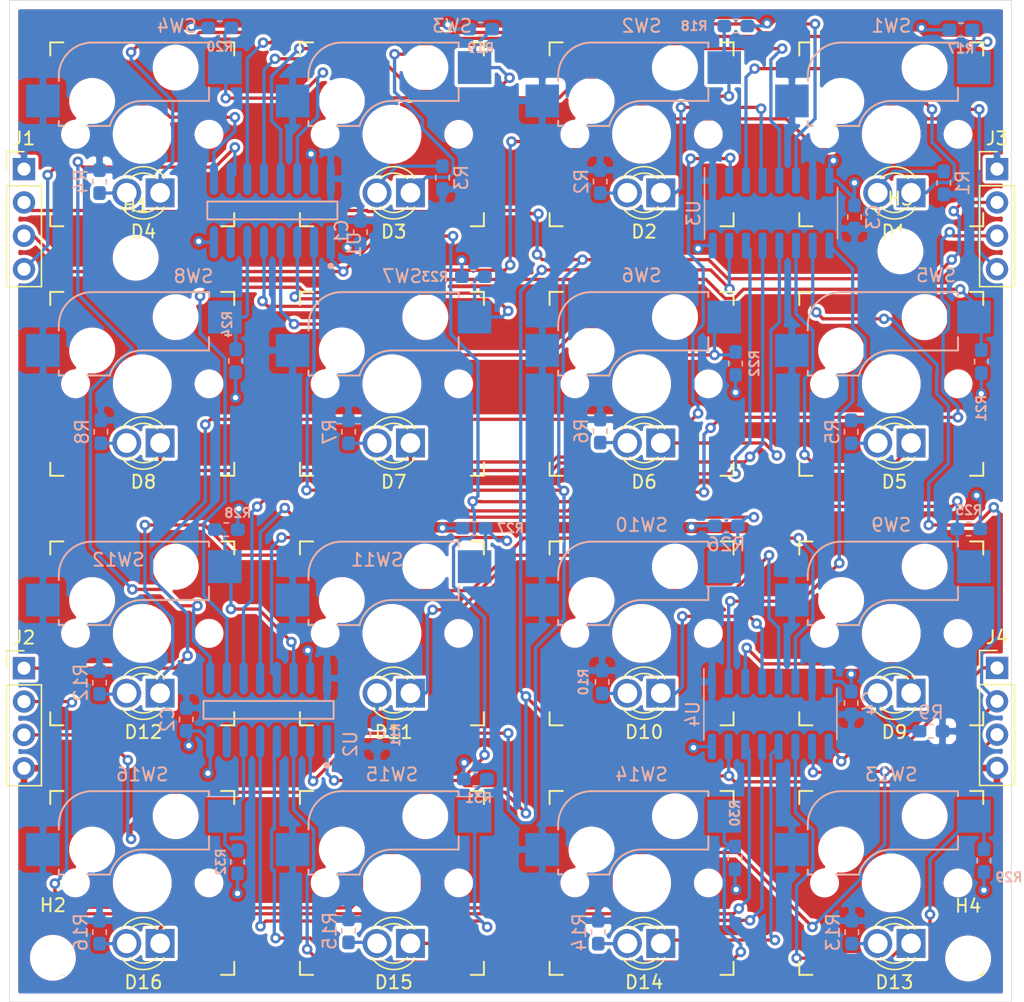
<source format=kicad_pcb>
(kicad_pcb (version 20171130) (host pcbnew "(5.1.5-0-10_14)")
  (layers (0 F.Cu signal) (31 B.Cu signal) (34 B.Paste user hide) (35 F.Paste user hide) (36 B.SilkS user) (37 F.SilkS user) (38 B.Mask user hide) (39 F.Mask user hide) (44 Edge.Cuts user))
  (net 0 "")
  (net 1 +5V)
  (net 2 "Net-(U2-Pad7)")
  (net 3 GND)
  (net 4 "Net-(U1-Pad10)")
  (net 5 "Net-(U1-Pad7)")
  (net 6 "Net-(D2-Pad2)")
  (net 7 "Net-(D10-Pad2)")
  (net 8 "Net-(D11-Pad2)")
  (net 9 "Net-(D12-Pad2)")
  (net 10 "Net-(D13-Pad2)")
  (net 11 "Net-(D14-Pad2)")
  (net 12 "Net-(D15-Pad2)")
  (net 13 "Net-(D16-Pad2)")
  (net 14 "Net-(D8-Pad2)")
  (net 15 "Net-(D7-Pad2)")
  (net 16 "Net-(D6-Pad2)")
  (net 17 "Net-(D5-Pad2)")
  (net 18 "Net-(D4-Pad2)")
  (net 19 "Net-(D3-Pad2)")
  (net 20 "Net-(D1-Pad2)")
  (net 21 "Net-(D9-Pad2)")
  (net 22 "Net-(U3-Pad9)")
  (net 23 "Net-(D9-Pad1)")
  (net 24 "Net-(D10-Pad1)")
  (net 25 "Net-(D11-Pad1)")
  (net 26 "Net-(D12-Pad1)")
  (net 27 "Net-(D13-Pad1)")
  (net 28 "Net-(D14-Pad1)")
  (net 29 "Net-(D15-Pad1)")
  (net 30 "Net-(D16-Pad1)")
  (net 31 "Net-(D8-Pad1)")
  (net 32 "Net-(D7-Pad1)")
  (net 33 "Net-(D6-Pad1)")
  (net 34 "Net-(D5-Pad1)")
  (net 35 "Net-(D4-Pad1)")
  (net 36 "Net-(D3-Pad1)")
  (net 37 "Net-(D2-Pad1)")
  (net 38 "Net-(D1-Pad1)")
  (net 39 "Net-(R21-Pad2)")
  (net 40 "Net-(R22-Pad2)")
  (net 41 "Net-(R23-Pad2)")
  (net 42 "Net-(R24-Pad2)")
  (net 43 "Net-(R20-Pad2)")
  (net 44 "Net-(R19-Pad2)")
  (net 45 "Net-(R18-Pad2)")
  (net 46 "Net-(R17-Pad2)")
  (net 47 "Net-(R25-Pad2)")
  (net 48 "Net-(R26-Pad2)")
  (net 49 "Net-(R27-Pad2)")
  (net 50 "Net-(R28-Pad2)")
  (net 51 "Net-(R29-Pad2)")
  (net 52 "Net-(R30-Pad2)")
  (net 53 "Net-(R31-Pad2)")
  (net 54 "Net-(R32-Pad2)")
  (net 55 /SW_DOUT)
  (net 56 /SW_LOAD)
  (net 57 /SW_CLK)
  (net 58 /LED_CLK)
  (net 59 /LED_LOAD)
  (net 60 /LED_DIN)
  (net 61 /SW_DIN)
  (net 62 /LED_DOUT)
  (module MountingHole:MountingHole_3mm (layer F.Cu) (at 274.85 142.75)
    (fp_text reference H4 (at 0 -4) (layer F.SilkS))
    (fp_text value MountingHole)
    (pad 1 np_thru_hole circle (at 0 0) (size 3 3) (drill 3) (layers *.Cu *.Mask))
  )
  (module MountingHole:MountingHole_3mm (layer F.Cu) (at 269.7 88.9)
    (fp_text reference H3 (at 0 -4) (layer F.SilkS))
    (fp_text value MountingHole)
    (pad 1 np_thru_hole circle (at 0 0) (size 3 3) (drill 3) (layers *.Cu *.Mask))
  )
  (module MountingHole:MountingHole_3mm (layer F.Cu) (at 205.2 142.7)
    (fp_text reference H2 (at 0 -4) (layer F.SilkS))
    (fp_text value MountingHole)
    (pad 1 np_thru_hole circle (at 0 0) (size 3 3) (drill 3) (layers *.Cu *.Mask))
  )
  (module MountingHole:MountingHole_3mm (layer F.Cu) (at 211.5 89.4)
    (fp_text reference H1 (at 0 -4) (layer F.SilkS))
    (fp_text value MountingHole)
    (pad 1 np_thru_hole circle (at 0 0) (size 3 3) (drill 3) (layers *.Cu *.Mask))
  )
  (module LED_THT:LED_D3.0mm_with_sockets (layer F.Cu) (at 213.36 141.605 180)
    (fp_text reference D16 (at 1.27 -2.96) (layer F.SilkS))
    (fp_text value LED)
    (pad 2 thru_hole circle (at 2.54 0 180) (size 2.2 2.2) (drill 1.5) (layers *.Cu *.Mask) (net 13 "Net-(D16-Pad2)"))
    (pad 1 thru_hole rect (at 0 0 180) (size 2.2 2.2) (drill 1.5) (layers *.Cu *.Mask) (net 30 "Net-(D16-Pad1)"))
  )
  (module LED_THT:LED_D3.0mm_with_sockets (layer F.Cu) (at 232.41 141.605 180)
    (fp_text reference D15 (at 1.27 -2.96) (layer F.SilkS))
    (fp_text value LED)
    (pad 2 thru_hole circle (at 2.54 0 180) (size 2.2 2.2) (drill 1.5) (layers *.Cu *.Mask) (net 12 "Net-(D15-Pad2)"))
    (pad 1 thru_hole rect (at 0 0 180) (size 2.2 2.2) (drill 1.5) (layers *.Cu *.Mask) (net 29 "Net-(D15-Pad1)"))
  )
  (module LED_THT:LED_D3.0mm_with_sockets (layer F.Cu) (at 251.46 141.605 180)
    (fp_text reference D14 (at 1.27 -2.96) (layer F.SilkS))
    (fp_text value LED)
    (pad 2 thru_hole circle (at 2.54 0 180) (size 2.2 2.2) (drill 1.5) (layers *.Cu *.Mask) (net 11 "Net-(D14-Pad2)"))
    (pad 1 thru_hole rect (at 0 0 180) (size 2.2 2.2) (drill 1.5) (layers *.Cu *.Mask) (net 28 "Net-(D14-Pad1)"))
  )
  (module LED_THT:LED_D3.0mm_with_sockets (layer F.Cu) (at 270.51 141.605 180)
    (fp_text reference D13 (at 1.27 -2.96) (layer F.SilkS))
    (fp_text value LED)
    (pad 2 thru_hole circle (at 2.54 0 180) (size 2.2 2.2) (drill 1.5) (layers *.Cu *.Mask) (net 10 "Net-(D13-Pad2)"))
    (pad 1 thru_hole rect (at 0 0 180) (size 2.2 2.2) (drill 1.5) (layers *.Cu *.Mask) (net 27 "Net-(D13-Pad1)"))
  )
  (module LED_THT:LED_D3.0mm_with_sockets (layer F.Cu) (at 213.36 122.555 180)
    (fp_text reference D12 (at 1.27 -2.96) (layer F.SilkS))
    (fp_text value LED)
    (pad 2 thru_hole circle (at 2.54 0 180) (size 2.2 2.2) (drill 1.5) (layers *.Cu *.Mask) (net 9 "Net-(D12-Pad2)"))
    (pad 1 thru_hole rect (at 0 0 180) (size 2.2 2.2) (drill 1.5) (layers *.Cu *.Mask) (net 26 "Net-(D12-Pad1)"))
  )
  (module LED_THT:LED_D3.0mm_with_sockets (layer F.Cu) (at 232.41 122.555 180)
    (fp_text reference D11 (at 1.27 -2.96) (layer F.SilkS))
    (fp_text value LED)
    (pad 2 thru_hole circle (at 2.54 0 180) (size 2.2 2.2) (drill 1.5) (layers *.Cu *.Mask) (net 8 "Net-(D11-Pad2)"))
    (pad 1 thru_hole rect (at 0 0 180) (size 2.2 2.2) (drill 1.5) (layers *.Cu *.Mask) (net 25 "Net-(D11-Pad1)"))
  )
  (module LED_THT:LED_D3.0mm_with_sockets (layer F.Cu) (at 251.46 122.555 180)
    (fp_text reference D10 (at 1.27 -2.96) (layer F.SilkS))
    (fp_text value LED)
    (pad 2 thru_hole circle (at 2.54 0 180) (size 2.2 2.2) (drill 1.5) (layers *.Cu *.Mask) (net 7 "Net-(D10-Pad2)"))
    (pad 1 thru_hole rect (at 0 0 180) (size 2.2 2.2) (drill 1.5) (layers *.Cu *.Mask) (net 24 "Net-(D10-Pad1)"))
  )
  (module LED_THT:LED_D3.0mm_with_sockets (layer F.Cu) (at 270.51 122.555 180)
    (fp_text reference D9 (at 1.27 -2.96) (layer F.SilkS))
    (fp_text value LED)
    (pad 2 thru_hole circle (at 2.54 0 180) (size 2.2 2.2) (drill 1.5) (layers *.Cu *.Mask) (net 21 "Net-(D9-Pad2)"))
    (pad 1 thru_hole rect (at 0 0 180) (size 2.2 2.2) (drill 1.5) (layers *.Cu *.Mask) (net 23 "Net-(D9-Pad1)"))
  )
  (module LED_THT:LED_D3.0mm_with_sockets (layer F.Cu) (at 213.36 103.505 180)
    (fp_text reference D8 (at 1.27 -2.96) (layer F.SilkS))
    (fp_text value LED)
    (pad 2 thru_hole circle (at 2.54 0 180) (size 2.2 2.2) (drill 1.5) (layers *.Cu *.Mask) (net 14 "Net-(D8-Pad2)"))
    (pad 1 thru_hole rect (at 0 0 180) (size 2.2 2.2) (drill 1.5) (layers *.Cu *.Mask) (net 31 "Net-(D8-Pad1)"))
  )
  (module LED_THT:LED_D3.0mm_with_sockets (layer F.Cu) (at 232.41 103.505 180)
    (fp_text reference D7 (at 1.27 -2.96) (layer F.SilkS))
    (fp_text value LED)
    (pad 2 thru_hole circle (at 2.54 0 180) (size 2.2 2.2) (drill 1.5) (layers *.Cu *.Mask) (net 15 "Net-(D7-Pad2)"))
    (pad 1 thru_hole rect (at 0 0 180) (size 2.2 2.2) (drill 1.5) (layers *.Cu *.Mask) (net 32 "Net-(D7-Pad1)"))
  )
  (module LED_THT:LED_D3.0mm_with_sockets (layer F.Cu) (at 251.46 103.505 180)
    (fp_text reference D6 (at 1.27 -2.96) (layer F.SilkS))
    (fp_text value LED)
    (pad 2 thru_hole circle (at 2.54 0 180) (size 2.2 2.2) (drill 1.5) (layers *.Cu *.Mask) (net 16 "Net-(D6-Pad2)"))
    (pad 1 thru_hole rect (at 0 0 180) (size 2.2 2.2) (drill 1.5) (layers *.Cu *.Mask) (net 33 "Net-(D6-Pad1)"))
  )
  (module LED_THT:LED_D3.0mm_with_sockets (layer F.Cu) (at 270.51 103.505 180)
    (fp_text reference D5 (at 1.27 -2.96) (layer F.SilkS))
    (fp_text value LED)
    (pad 2 thru_hole circle (at 2.54 0 180) (size 2.2 2.2) (drill 1.5) (layers *.Cu *.Mask) (net 17 "Net-(D5-Pad2)"))
    (pad 1 thru_hole rect (at 0 0 180) (size 2.2 2.2) (drill 1.5) (layers *.Cu *.Mask) (net 34 "Net-(D5-Pad1)"))
  )
  (module LED_THT:LED_D3.0mm_with_sockets (layer F.Cu) (at 213.36 84.455 180)
    (fp_text reference D4 (at 1.27 -2.96) (layer F.SilkS))
    (fp_text value LED)
    (pad 2 thru_hole circle (at 2.54 0 180) (size 2.2 2.2) (drill 1.5) (layers *.Cu *.Mask) (net 18 "Net-(D4-Pad2)"))
    (pad 1 thru_hole rect (at 0 0 180) (size 2.2 2.2) (drill 1.5) (layers *.Cu *.Mask) (net 35 "Net-(D4-Pad1)"))
  )
  (module LED_THT:LED_D3.0mm_with_sockets (layer F.Cu) (at 232.41 84.455 180)
    (fp_text reference D3 (at 1.27 -2.96) (layer F.SilkS))
    (fp_text value LED)
    (pad 2 thru_hole circle (at 2.54 0 180) (size 2.2 2.2) (drill 1.5) (layers *.Cu *.Mask) (net 19 "Net-(D3-Pad2)"))
    (pad 1 thru_hole rect (at 0 0 180) (size 2.2 2.2) (drill 1.5) (layers *.Cu *.Mask) (net 36 "Net-(D3-Pad1)"))
  )
  (module LED_THT:LED_D3.0mm_with_sockets (layer F.Cu) (at 251.46 84.455 180)
    (fp_text reference D2 (at 1.27 -2.96) (layer F.SilkS))
    (fp_text value LED)
    (pad 2 thru_hole circle (at 2.54 0 180) (size 2.2 2.2) (drill 1.5) (layers *.Cu *.Mask) (net 6 "Net-(D2-Pad2)"))
    (pad 1 thru_hole rect (at 0 0 180) (size 2.2 2.2) (drill 1.5) (layers *.Cu *.Mask) (net 37 "Net-(D2-Pad1)"))
  )
  (module LED_THT:LED_D3.0mm_with_sockets (layer F.Cu) (at 270.51 84.455 180)
    (fp_text reference D1 (at 1.27 -2.96) (layer F.SilkS))
    (fp_text value LED)
    (pad 2 thru_hole circle (at 2.54 0 180) (size 2.2 2.2) (drill 1.5) (layers *.Cu *.Mask) (net 20 "Net-(D1-Pad2)"))
    (pad 1 thru_hole rect (at 0 0 180) (size 2.2 2.2) (drill 1.5) (layers *.Cu *.Mask) (net 38 "Net-(D1-Pad1)"))
  )
  (module Capacitor_SMD:C_0603_1608Metric_Pad1.05x0.95mm_HandSolder (layer B.Cu) (at 265.95 123.3 90)
    (fp_text reference C4 (at 0 1.43 90) (layer B.SilkS) (effects (justify mirror)))
    (fp_text value 0.1uF)
    (pad 2 smd roundrect (at 0.875 0 90) (size 1.05 0.95) (layers B.Cu B.Paste B.Mask) (net 3 GND))
    (pad 1 smd roundrect (at -0.875 0 90) (size 1.05 0.95) (layers B.Cu B.Paste B.Mask) (net 1 +5V))
  )
  (module Capacitor_SMD:C_0603_1608Metric_Pad1.05x0.95mm_HandSolder (layer B.Cu) (at 266.2 86.3 90)
    (fp_text reference C3 (at 0 1.43 90) (layer B.SilkS) (effects (justify mirror)))
    (fp_text value 0.1uF)
    (pad 2 smd roundrect (at 0.875 0 90) (size 1.05 0.95) (layers B.Cu B.Paste B.Mask) (net 3 GND))
    (pad 1 smd roundrect (at -0.875 0 90) (size 1.05 0.95) (layers B.Cu B.Paste B.Mask) (net 1 +5V))
  )
  (module Capacitor_SMD:C_0603_1608Metric_Pad1.05x0.95mm_HandSolder (layer B.Cu) (at 215.35 124.55 270)
    (fp_text reference C2 (at 0 1.43 90) (layer B.SilkS) (effects (justify mirror)))
    (fp_text value 0.1uF)
    (pad 2 smd roundrect (at 0.875 0 270) (size 1.05 0.95) (layers B.Cu B.Paste B.Mask) (net 3 GND))
    (pad 1 smd roundrect (at -0.875 0 270) (size 1.05 0.95) (layers B.Cu B.Paste B.Mask) (net 1 +5V))
  )
  (module Capacitor_SMD:C_0603_1608Metric_Pad1.05x0.95mm_HandSolder (layer B.Cu) (at 228.6 87.45 270)
    (fp_text reference C1 (at 0 1.43 270) (layer B.SilkS) (effects (justify mirror)))
    (fp_text value 0.1uF)
    (pad 2 smd roundrect (at 0.875 0 270) (size 1.05 0.95) (layers B.Cu B.Paste B.Mask) (net 3 GND))
    (pad 1 smd roundrect (at -0.875 0 270) (size 1.05 0.95) (layers B.Cu B.Paste B.Mask) (net 1 +5V))
  )
  (module Connector_PinHeader_2.54mm:PinHeader_1x04_P2.54mm_Vertical (layer F.Cu) (at 277.05 120.63)
    (fp_text reference J4 (at 0 -2.33) (layer F.SilkS))
    (fp_text value Conn_01x04)
    (pad 4 thru_hole oval (at 0 7.62) (size 1.7 1.7) (drill 1) (layers *.Cu *.Mask) (net 3 GND))
    (pad 3 thru_hole oval (at 0 5.08) (size 1.7 1.7) (drill 1) (layers *.Cu *.Mask) (net 58 /LED_CLK))
    (pad 2 thru_hole oval (at 0 2.54) (size 1.7 1.7) (drill 1) (layers *.Cu *.Mask) (net 59 /LED_LOAD))
    (pad 1 thru_hole rect (at 0 0) (size 1.7 1.7) (drill 1) (layers *.Cu *.Mask) (net 62 /LED_DOUT))
  )
  (module Connector_PinHeader_2.54mm:PinHeader_1x04_P2.54mm_Vertical (layer F.Cu) (at 277.05 82.65)
    (fp_text reference J3 (at 0 -2.33) (layer F.SilkS))
    (fp_text value Conn_01x04)
    (pad 4 thru_hole oval (at 0 7.62) (size 1.7 1.7) (drill 1) (layers *.Cu *.Mask) (net 61 /SW_DIN))
    (pad 3 thru_hole oval (at 0 5.08) (size 1.7 1.7) (drill 1) (layers *.Cu *.Mask) (net 56 /SW_LOAD))
    (pad 2 thru_hole oval (at 0 2.54) (size 1.7 1.7) (drill 1) (layers *.Cu *.Mask) (net 57 /SW_CLK))
    (pad 1 thru_hole rect (at 0 0) (size 1.7 1.7) (drill 1) (layers *.Cu *.Mask) (net 1 +5V))
  )
  (module Connector_PinHeader_2.54mm:PinHeader_1x04_P2.54mm_Vertical (layer F.Cu) (at 203 120.65)
    (fp_text reference J2 (at 0 -2.33) (layer F.SilkS))
    (fp_text value Conn_01x04)
    (pad 4 thru_hole oval (at 0 7.62) (size 1.7 1.7) (drill 1) (layers *.Cu *.Mask) (net 3 GND))
    (pad 3 thru_hole oval (at 0 5.08) (size 1.7 1.7) (drill 1) (layers *.Cu *.Mask) (net 58 /LED_CLK))
    (pad 2 thru_hole oval (at 0 2.54) (size 1.7 1.7) (drill 1) (layers *.Cu *.Mask) (net 59 /LED_LOAD))
    (pad 1 thru_hole rect (at 0 0) (size 1.7 1.7) (drill 1) (layers *.Cu *.Mask) (net 60 /LED_DIN))
  )
  (module Connector_PinHeader_2.54mm:PinHeader_1x04_P2.54mm_Vertical (layer F.Cu) (at 203 82.65)
    (fp_text reference J1 (at 0 -2.33) (layer F.SilkS))
    (fp_text value Conn_01x04)
    (pad 4 thru_hole oval (at 0 7.62) (size 1.7 1.7) (drill 1) (layers *.Cu *.Mask) (net 55 /SW_DOUT))
    (pad 3 thru_hole oval (at 0 5.08) (size 1.7 1.7) (drill 1) (layers *.Cu *.Mask) (net 56 /SW_LOAD))
    (pad 2 thru_hole oval (at 0 2.54) (size 1.7 1.7) (drill 1) (layers *.Cu *.Mask) (net 57 /SW_CLK))
    (pad 1 thru_hole rect (at 0 0) (size 1.7 1.7) (drill 1) (layers *.Cu *.Mask) (net 1 +5V))
  )
  (module keyswitches:Kailh_socket_MX (layer F.Cu) (at 231 99)
    (fp_text reference SW7 (at 0.775 -8.195) (layer B.SilkS) (effects (justify mirror)))
    (fp_text value SW_SPST)
    (pad 1 smd rect (at 6.29 -5.08) (size 2.55 2.5) (layers B.Cu B.Paste B.Mask) (net 41 "Net-(R23-Pad2)"))
    (pad "" np_thru_hole circle (at 2.54 -5.08) (size 3 3) (drill 3) (layers *.Cu *.Mask))
    (pad "" np_thru_hole circle (at -3.81 -2.54) (size 3 3) (drill 3) (layers *.Cu *.Mask))
    (pad "" np_thru_hole circle (at 0 0) (size 3.9878 3.9878) (drill 3.9878) (layers *.Cu *.Mask))
    (pad "" np_thru_hole circle (at 5.08 0) (size 1.7018 1.7018) (drill 1.7018) (layers *.Cu *.Mask))
    (pad "" np_thru_hole circle (at -5.08 0) (size 1.7018 1.7018) (drill 1.7018) (layers *.Cu *.Mask))
    (pad 2 smd rect (at -7.56 -2.54) (size 2.55 2.5) (layers B.Cu B.Paste B.Mask) (net 1 +5V))
  )
  (module Package_SO:SOIC-16_3.9x9.9mm_P1.27mm (layer B.Cu) (at 259.8 124.15 270)
    (fp_text reference U4 (at 0 5.9 90) (layer B.SilkS) (effects (justify mirror)))
    (fp_text value TLC6C598CQDRQ1)
    (pad 16 smd roundrect (at 2.475 4.445 270) (size 1.95 0.6) (layers B.Cu B.Paste B.Mask) (net 3 GND))
    (pad 15 smd roundrect (at 2.475 3.175 270) (size 1.95 0.6) (layers B.Cu B.Paste B.Mask) (net 58 /LED_CLK))
    (pad 14 smd roundrect (at 2.475 1.905 270) (size 1.95 0.6) (layers B.Cu B.Paste B.Mask) (net 30 "Net-(D16-Pad1)"))
    (pad 13 smd roundrect (at 2.475 0.635 270) (size 1.95 0.6) (layers B.Cu B.Paste B.Mask) (net 29 "Net-(D15-Pad1)"))
    (pad 12 smd roundrect (at 2.475 -0.635 270) (size 1.95 0.6) (layers B.Cu B.Paste B.Mask) (net 28 "Net-(D14-Pad1)"))
    (pad 11 smd roundrect (at 2.475 -1.905 270) (size 1.95 0.6) (layers B.Cu B.Paste B.Mask) (net 27 "Net-(D13-Pad1)"))
    (pad 10 smd roundrect (at 2.475 -3.175 270) (size 1.95 0.6) (layers B.Cu B.Paste B.Mask) (net 59 /LED_LOAD))
    (pad 9 smd roundrect (at 2.475 -4.445 270) (size 1.95 0.6) (layers B.Cu B.Paste B.Mask) (net 62 /LED_DOUT))
    (pad 8 smd roundrect (at -2.475 -4.445 270) (size 1.95 0.6) (layers B.Cu B.Paste B.Mask) (net 3 GND))
    (pad 7 smd roundrect (at -2.475 -3.175 270) (size 1.95 0.6) (layers B.Cu B.Paste B.Mask) (net 1 +5V))
    (pad 6 smd roundrect (at -2.475 -1.905 270) (size 1.95 0.6) (layers B.Cu B.Paste B.Mask) (net 26 "Net-(D12-Pad1)"))
    (pad 5 smd roundrect (at -2.475 -0.635 270) (size 1.95 0.6) (layers B.Cu B.Paste B.Mask) (net 25 "Net-(D11-Pad1)"))
    (pad 4 smd roundrect (at -2.475 0.635 270) (size 1.95 0.6) (layers B.Cu B.Paste B.Mask) (net 24 "Net-(D10-Pad1)"))
    (pad 3 smd roundrect (at -2.475 1.905 270) (size 1.95 0.6) (layers B.Cu B.Paste B.Mask) (net 23 "Net-(D9-Pad1)"))
    (pad 2 smd roundrect (at -2.475 3.175 270) (size 1.95 0.6) (layers B.Cu B.Paste B.Mask) (net 22 "Net-(U3-Pad9)"))
    (pad 1 smd roundrect (at -2.475 4.445 270) (size 1.95 0.6) (layers B.Cu B.Paste B.Mask) (net 1 +5V))
  )
  (module Package_SO:SOIC-16_3.9x9.9mm_P1.27mm (layer B.Cu) (at 259.85 86 270)
    (fp_text reference U3 (at 0 5.9 90) (layer B.SilkS) (effects (justify mirror)))
    (fp_text value TLC6C598CQDRQ1)
    (pad 16 smd roundrect (at 2.475 4.445 270) (size 1.95 0.6) (layers B.Cu B.Paste B.Mask) (net 3 GND))
    (pad 15 smd roundrect (at 2.475 3.175 270) (size 1.95 0.6) (layers B.Cu B.Paste B.Mask) (net 58 /LED_CLK))
    (pad 14 smd roundrect (at 2.475 1.905 270) (size 1.95 0.6) (layers B.Cu B.Paste B.Mask) (net 31 "Net-(D8-Pad1)"))
    (pad 13 smd roundrect (at 2.475 0.635 270) (size 1.95 0.6) (layers B.Cu B.Paste B.Mask) (net 32 "Net-(D7-Pad1)"))
    (pad 12 smd roundrect (at 2.475 -0.635 270) (size 1.95 0.6) (layers B.Cu B.Paste B.Mask) (net 33 "Net-(D6-Pad1)"))
    (pad 11 smd roundrect (at 2.475 -1.905 270) (size 1.95 0.6) (layers B.Cu B.Paste B.Mask) (net 34 "Net-(D5-Pad1)"))
    (pad 10 smd roundrect (at 2.475 -3.175 270) (size 1.95 0.6) (layers B.Cu B.Paste B.Mask) (net 59 /LED_LOAD))
    (pad 9 smd roundrect (at 2.475 -4.445 270) (size 1.95 0.6) (layers B.Cu B.Paste B.Mask) (net 22 "Net-(U3-Pad9)"))
    (pad 8 smd roundrect (at -2.475 -4.445 270) (size 1.95 0.6) (layers B.Cu B.Paste B.Mask) (net 3 GND))
    (pad 7 smd roundrect (at -2.475 -3.175 270) (size 1.95 0.6) (layers B.Cu B.Paste B.Mask) (net 1 +5V))
    (pad 6 smd roundrect (at -2.475 -1.905 270) (size 1.95 0.6) (layers B.Cu B.Paste B.Mask) (net 35 "Net-(D4-Pad1)"))
    (pad 5 smd roundrect (at -2.475 -0.635 270) (size 1.95 0.6) (layers B.Cu B.Paste B.Mask) (net 36 "Net-(D3-Pad1)"))
    (pad 4 smd roundrect (at -2.475 0.635 270) (size 1.95 0.6) (layers B.Cu B.Paste B.Mask) (net 37 "Net-(D2-Pad1)"))
    (pad 3 smd roundrect (at -2.475 1.905 270) (size 1.95 0.6) (layers B.Cu B.Paste B.Mask) (net 38 "Net-(D1-Pad1)"))
    (pad 2 smd roundrect (at -2.475 3.175 270) (size 1.95 0.6) (layers B.Cu B.Paste B.Mask) (net 60 /LED_DIN))
    (pad 1 smd roundrect (at -2.475 4.445 270) (size 1.95 0.6) (layers B.Cu B.Paste B.Mask) (net 1 +5V))
  )
  (module keyswitches:Kailh_socket_MX (layer F.Cu) (at 269 99)
    (fp_text reference SW5 (at 3.415 -8.255) (layer B.SilkS) (effects (justify mirror)))
    (fp_text value SW_SPST)
    (pad 1 smd rect (at 6.29 -5.08) (size 2.55 2.5) (layers B.Cu B.Paste B.Mask) (net 39 "Net-(R21-Pad2)"))
    (pad "" np_thru_hole circle (at 2.54 -5.08) (size 3 3) (drill 3) (layers *.Cu *.Mask))
    (pad "" np_thru_hole circle (at -3.81 -2.54) (size 3 3) (drill 3) (layers *.Cu *.Mask))
    (pad "" np_thru_hole circle (at 0 0) (size 3.9878 3.9878) (drill 3.9878) (layers *.Cu *.Mask))
    (pad "" np_thru_hole circle (at 5.08 0) (size 1.7018 1.7018) (drill 1.7018) (layers *.Cu *.Mask))
    (pad "" np_thru_hole circle (at -5.08 0) (size 1.7018 1.7018) (drill 1.7018) (layers *.Cu *.Mask))
    (pad 2 smd rect (at -7.56 -2.54) (size 2.55 2.5) (layers B.Cu B.Paste B.Mask) (net 1 +5V))
  )
  (module Resistor_SMD:R_0603_1608Metric_Pad1.05x0.95mm_HandSolder (layer B.Cu) (at 274.3 72.05)
    (fp_text reference R17 (at 0 1.43 180) (layer B.SilkS) (effects (font (size 0.7 0.7)) (justify mirror)))
    (fp_text value 10K)
    (pad 2 smd roundrect (at 0.875 0) (size 1.05 0.95) (layers B.Cu B.Paste B.Mask) (net 46 "Net-(R17-Pad2)"))
    (pad 1 smd roundrect (at -0.875 0) (size 1.05 0.95) (layers B.Cu B.Paste B.Mask) (net 3 GND))
  )
  (module Resistor_SMD:R_0603_1608Metric_Pad1.05x0.95mm_HandSolder (layer B.Cu) (at 257.175 71.755 180)
    (fp_text reference R18 (at 3.175 0 180) (layer B.SilkS) (effects (font (size 0.7 0.7)) (justify mirror)))
    (fp_text value 10K)
    (pad 1 smd roundrect (at -0.875 0 180) (size 1.05 0.95) (layers B.Cu B.Paste B.Mask) (net 3 GND))
    (pad 2 smd roundrect (at 0.875 0 180) (size 1.05 0.95) (layers B.Cu B.Paste B.Mask) (net 45 "Net-(R18-Pad2)"))
  )
  (module Resistor_SMD:R_0603_1608Metric_Pad1.05x0.95mm_HandSolder (layer B.Cu) (at 219.25 135.4 90)
    (fp_text reference R32 (at 0 -1.27 90) (layer B.SilkS) (effects (font (size 0.7 0.7)) (justify mirror)))
    (fp_text value 10K)
    (pad 2 smd roundrect (at 0.875 0 90) (size 1.05 0.95) (layers B.Cu B.Paste B.Mask) (net 54 "Net-(R32-Pad2)"))
    (pad 1 smd roundrect (at -0.875 0 90) (size 1.05 0.95) (layers B.Cu B.Paste B.Mask) (net 3 GND))
  )
  (module Resistor_SMD:R_0603_1608Metric_Pad1.05x0.95mm_HandSolder (layer B.Cu) (at 237.35 129.1)
    (fp_text reference R31 (at 0.24 1.43) (layer B.SilkS) (effects (font (size 0.7 0.7)) (justify mirror)))
    (fp_text value 10K)
    (pad 1 smd roundrect (at -0.875 0) (size 1.05 0.95) (layers B.Cu B.Paste B.Mask) (net 3 GND))
    (pad 2 smd roundrect (at 0.875 0) (size 1.05 0.95) (layers B.Cu B.Paste B.Mask) (net 53 "Net-(R31-Pad2)"))
  )
  (module Resistor_SMD:R_0603_1608Metric_Pad1.05x0.95mm_HandSolder (layer B.Cu) (at 257.1 135.1 90)
    (fp_text reference R30 (at 3.415 0 90) (layer B.SilkS) (effects (font (size 0.7 0.7)) (justify mirror)))
    (fp_text value 10K)
    (pad 2 smd roundrect (at 0.875 0 90) (size 1.05 0.95) (layers B.Cu B.Paste B.Mask) (net 52 "Net-(R30-Pad2)"))
    (pad 1 smd roundrect (at -0.875 0 90) (size 1.05 0.95) (layers B.Cu B.Paste B.Mask) (net 3 GND))
  )
  (module Resistor_SMD:R_0603_1608Metric_Pad1.05x0.95mm_HandSolder (layer B.Cu) (at 276.05 135.3 90)
    (fp_text reference R29 (at -1.27 1.905) (layer B.SilkS) (effects (font (size 0.7 0.7)) (justify mirror)))
    (fp_text value 10K)
    (pad 1 smd roundrect (at -0.875 0 90) (size 1.05 0.95) (layers B.Cu B.Paste B.Mask) (net 3 GND))
    (pad 2 smd roundrect (at 0.875 0 90) (size 1.05 0.95) (layers B.Cu B.Paste B.Mask) (net 51 "Net-(R29-Pad2)"))
  )
  (module Resistor_SMD:R_0603_1608Metric_Pad1.05x0.95mm_HandSolder (layer B.Cu) (at 218.4 110.1 180)
    (fp_text reference R28 (at -0.875 1.27 180) (layer B.SilkS) (effects (font (size 0.7 0.7)) (justify mirror)))
    (fp_text value 10K)
    (pad 2 smd roundrect (at 0.875 0 180) (size 1.05 0.95) (layers B.Cu B.Paste B.Mask) (net 50 "Net-(R28-Pad2)"))
    (pad 1 smd roundrect (at -0.875 0 180) (size 1.05 0.95) (layers B.Cu B.Paste B.Mask) (net 3 GND))
  )
  (module Resistor_SMD:R_0603_1608Metric_Pad1.05x0.95mm_HandSolder (layer B.Cu) (at 237.25 110)
    (fp_text reference R27 (at 2.78 0) (layer B.SilkS) (effects (font (size 0.7 0.7)) (justify mirror)))
    (fp_text value 10K)
    (pad 1 smd roundrect (at -0.875 0) (size 1.05 0.95) (layers B.Cu B.Paste B.Mask) (net 3 GND))
    (pad 2 smd roundrect (at 0.875 0) (size 1.05 0.95) (layers B.Cu B.Paste B.Mask) (net 49 "Net-(R27-Pad2)"))
  )
  (module Resistor_SMD:R_0603_1608Metric_Pad1.05x0.95mm_HandSolder (layer B.Cu) (at 256.45 109.8)
    (fp_text reference R26 (at 0 1.43 180) (layer B.SilkS) (effects (justify mirror)))
    (fp_text value 10K)
    (pad 2 smd roundrect (at 0.875 0) (size 1.05 0.95) (layers B.Cu B.Paste B.Mask) (net 48 "Net-(R26-Pad2)"))
    (pad 1 smd roundrect (at -0.875 0) (size 1.05 0.95) (layers B.Cu B.Paste B.Mask) (net 3 GND))
  )
  (module Resistor_SMD:R_0603_1608Metric_Pad1.05x0.95mm_HandSolder (layer B.Cu) (at 274.9 110.05 180)
    (fp_text reference R25 (at 0 1.43) (layer B.SilkS) (effects (font (size 0.7 0.7)) (justify mirror)))
    (fp_text value 10K)
    (pad 1 smd roundrect (at -0.875 0 180) (size 1.05 0.95) (layers B.Cu B.Paste B.Mask) (net 3 GND))
    (pad 2 smd roundrect (at 0.875 0 180) (size 1.05 0.95) (layers B.Cu B.Paste B.Mask) (net 47 "Net-(R25-Pad2)"))
  )
  (module Resistor_SMD:R_0603_1608Metric_Pad1.05x0.95mm_HandSolder (layer B.Cu) (at 219.1 97.25 90)
    (fp_text reference R24 (at 2.78 -0.635 90) (layer B.SilkS) (effects (font (size 0.7 0.7)) (justify mirror)))
    (fp_text value 10K)
    (pad 2 smd roundrect (at 0.875 0 90) (size 1.05 0.95) (layers B.Cu B.Paste B.Mask) (net 42 "Net-(R24-Pad2)"))
    (pad 1 smd roundrect (at -0.875 0 90) (size 1.05 0.95) (layers B.Cu B.Paste B.Mask) (net 3 GND))
  )
  (module Resistor_SMD:R_0603_1608Metric_Pad1.05x0.95mm_HandSolder (layer B.Cu) (at 237.2 90.85)
    (fp_text reference R23 (at -2.935 0) (layer B.SilkS) (effects (font (size 0.7 0.7)) (justify mirror)))
    (fp_text value 10K)
    (pad 1 smd roundrect (at -0.875 0) (size 1.05 0.95) (layers B.Cu B.Paste B.Mask) (net 3 GND))
    (pad 2 smd roundrect (at 0.875 0) (size 1.05 0.95) (layers B.Cu B.Paste B.Mask) (net 41 "Net-(R23-Pad2)"))
  )
  (module Resistor_SMD:R_0603_1608Metric_Pad1.05x0.95mm_HandSolder (layer B.Cu) (at 257.15 97.45 90)
    (fp_text reference R22 (at 0 1.43 270) (layer B.SilkS) (effects (font (size 0.7 0.7)) (justify mirror)))
    (fp_text value 10K)
    (pad 1 smd roundrect (at -0.875 0 90) (size 1.05 0.95) (layers B.Cu B.Paste B.Mask) (net 3 GND))
    (pad 2 smd roundrect (at 0.875 0 90) (size 1.05 0.95) (layers B.Cu B.Paste B.Mask) (net 40 "Net-(R22-Pad2)"))
  )
  (module Resistor_SMD:R_0603_1608Metric_Pad1.05x0.95mm_HandSolder (layer B.Cu) (at 275.85 97.3 90)
    (fp_text reference R21 (at -3.57 0 90) (layer B.SilkS) (effects (font (size 0.7 0.7)) (justify mirror)))
    (fp_text value 10K)
    (pad 1 smd roundrect (at -0.875 0 90) (size 1.05 0.95) (layers B.Cu B.Paste B.Mask) (net 3 GND))
    (pad 2 smd roundrect (at 0.875 0 90) (size 1.05 0.95) (layers B.Cu B.Paste B.Mask) (net 39 "Net-(R21-Pad2)"))
  )
  (module Resistor_SMD:R_0603_1608Metric_Pad1.05x0.95mm_HandSolder (layer B.Cu) (at 217.9 71.9)
    (fp_text reference R20 (at 0 1.43) (layer B.SilkS) (effects (font (size 0.7 0.7)) (justify mirror)))
    (fp_text value 10K)
    (pad 2 smd roundrect (at 0.875 0) (size 1.05 0.95) (layers B.Cu B.Paste B.Mask) (net 43 "Net-(R20-Pad2)"))
    (pad 1 smd roundrect (at -0.875 0) (size 1.05 0.95) (layers B.Cu B.Paste B.Mask) (net 3 GND))
  )
  (module Resistor_SMD:R_0603_1608Metric_Pad1.05x0.95mm_HandSolder (layer B.Cu) (at 237.75 72)
    (fp_text reference R19 (at 0 1.43) (layer B.SilkS) (effects (font (size 0.7 0.7)) (justify mirror)))
    (fp_text value 10K)
    (pad 1 smd roundrect (at -0.875 0) (size 1.05 0.95) (layers B.Cu B.Paste B.Mask) (net 3 GND))
    (pad 2 smd roundrect (at 0.875 0) (size 1.05 0.95) (layers B.Cu B.Paste B.Mask) (net 44 "Net-(R19-Pad2)"))
  )
  (module eec:Texas_Instruments-D0016A-0-0-IPC_A (layer B.Cu) (at 221.9 85.8 90)
    (fp_text reference U1 (at -1.5031 6.225 90) (layer B.SilkS) (effects (justify left mirror)))
    (fp_text value 74HC165 hide)
    (pad 1 smd rect (at -2.416067 4.445 90) (size 2.474066 0.622132) (layers B.Cu B.Paste B.Mask) (net 56 /SW_LOAD))
    (pad 2 smd roundrect (at -2.416067 3.175 90) (size 2.474066 0.622132) (layers B.Cu B.Paste B.Mask) (roundrect_rratio 0.5) (net 57 /SW_CLK))
    (pad 3 smd roundrect (at -2.416067 1.905 90) (size 2.474066 0.622132) (layers B.Cu B.Paste B.Mask) (roundrect_rratio 0.5) (net 39 "Net-(R21-Pad2)"))
    (pad 4 smd roundrect (at -2.416067 0.635 90) (size 2.474066 0.622132) (layers B.Cu B.Paste B.Mask) (roundrect_rratio 0.5) (net 40 "Net-(R22-Pad2)"))
    (pad 5 smd roundrect (at -2.416067 -0.635 90) (size 2.474066 0.622132) (layers B.Cu B.Paste B.Mask) (roundrect_rratio 0.5) (net 41 "Net-(R23-Pad2)"))
    (pad 6 smd roundrect (at -2.416067 -1.905 90) (size 2.474066 0.622132) (layers B.Cu B.Paste B.Mask) (roundrect_rratio 0.5) (net 42 "Net-(R24-Pad2)"))
    (pad 7 smd roundrect (at -2.416067 -3.175 90) (size 2.474066 0.622132) (layers B.Cu B.Paste B.Mask) (roundrect_rratio 0.5) (net 5 "Net-(U1-Pad7)"))
    (pad 8 smd roundrect (at -2.416067 -4.445 90) (size 2.474066 0.622132) (layers B.Cu B.Paste B.Mask) (roundrect_rratio 0.5) (net 3 GND))
    (pad 9 smd roundrect (at 2.416067 -4.445 90) (size 2.474066 0.622132) (layers B.Cu B.Paste B.Mask) (roundrect_rratio 0.5) (net 55 /SW_DOUT))
    (pad 10 smd roundrect (at 2.416067 -3.175 90) (size 2.474066 0.622132) (layers B.Cu B.Paste B.Mask) (roundrect_rratio 0.5) (net 4 "Net-(U1-Pad10)"))
    (pad 11 smd roundrect (at 2.416067 -1.905 90) (size 2.474066 0.622132) (layers B.Cu B.Paste B.Mask) (roundrect_rratio 0.5) (net 46 "Net-(R17-Pad2)"))
    (pad 12 smd roundrect (at 2.416067 -0.635 90) (size 2.474066 0.622132) (layers B.Cu B.Paste B.Mask) (roundrect_rratio 0.5) (net 45 "Net-(R18-Pad2)"))
    (pad 13 smd roundrect (at 2.416067 0.635 90) (size 2.474066 0.622132) (layers B.Cu B.Paste B.Mask) (roundrect_rratio 0.5) (net 44 "Net-(R19-Pad2)"))
    (pad 14 smd roundrect (at 2.416067 1.905 90) (size 2.474066 0.622132) (layers B.Cu B.Paste B.Mask) (roundrect_rratio 0.5) (net 43 "Net-(R20-Pad2)"))
    (pad 15 smd roundrect (at 2.416067 3.175 90) (size 2.474066 0.622132) (layers B.Cu B.Paste B.Mask) (roundrect_rratio 0.5) (net 3 GND))
    (pad 16 smd roundrect (at 2.416067 4.445 90) (size 2.474066 0.622132) (layers B.Cu B.Paste B.Mask) (roundrect_rratio 0.5) (net 1 +5V))
  )
  (module Resistor_SMD:R_0603_1608Metric_Pad1.05x0.95mm_HandSolder (layer B.Cu) (at 272.025 125.45 180)
    (fp_text reference R9 (at 0 1.43) (layer B.SilkS) (effects (justify mirror)))
    (fp_text value 150)
    (pad 1 smd roundrect (at -0.875 0 180) (size 1.05 0.95) (layers B.Cu B.Paste B.Mask) (net 1 +5V))
    (pad 2 smd roundrect (at 0.875 0 180) (size 1.05 0.95) (layers B.Cu B.Paste B.Mask) (net 21 "Net-(D9-Pad2)"))
  )
  (module Resistor_SMD:R_0603_1608Metric_Pad1.05x0.95mm_HandSolder (layer B.Cu) (at 234.85 83.3 90)
    (fp_text reference R3 (at 0 1.43 90) (layer B.SilkS) (effects (justify mirror)))
    (fp_text value 150)
    (pad 2 smd roundrect (at 0.875 0 90) (size 1.05 0.95) (layers B.Cu B.Paste B.Mask) (net 19 "Net-(D3-Pad2)"))
    (pad 1 smd roundrect (at -0.875 0 90) (size 1.05 0.95) (layers B.Cu B.Paste B.Mask) (net 1 +5V))
  )
  (module Resistor_SMD:R_0603_1608Metric_Pad1.05x0.95mm_HandSolder (layer B.Cu) (at 208.75 83.6 270)
    (fp_text reference R4 (at 0 1.43 90) (layer B.SilkS) (effects (justify mirror)))
    (fp_text value 150)
    (pad 1 smd roundrect (at -0.875 0 270) (size 1.05 0.95) (layers B.Cu B.Paste B.Mask) (net 1 +5V))
    (pad 2 smd roundrect (at 0.875 0 270) (size 1.05 0.95) (layers B.Cu B.Paste B.Mask) (net 18 "Net-(D4-Pad2)"))
  )
  (module Resistor_SMD:R_0603_1608Metric_Pad1.05x0.95mm_HandSolder (layer B.Cu) (at 265.95 102.65 270)
    (fp_text reference R5 (at 0 1.43 90) (layer B.SilkS) (effects (justify mirror)))
    (fp_text value 150)
    (pad 2 smd roundrect (at 0.875 0 270) (size 1.05 0.95) (layers B.Cu B.Paste B.Mask) (net 17 "Net-(D5-Pad2)"))
    (pad 1 smd roundrect (at -0.875 0 270) (size 1.05 0.95) (layers B.Cu B.Paste B.Mask) (net 1 +5V))
  )
  (module Resistor_SMD:R_0603_1608Metric_Pad1.05x0.95mm_HandSolder (layer B.Cu) (at 246.85 102.6 270)
    (fp_text reference R6 (at 0 1.43 90) (layer B.SilkS) (effects (justify mirror)))
    (fp_text value 150)
    (pad 1 smd roundrect (at -0.875 0 270) (size 1.05 0.95) (layers B.Cu B.Paste B.Mask) (net 1 +5V))
    (pad 2 smd roundrect (at 0.875 0 270) (size 1.05 0.95) (layers B.Cu B.Paste B.Mask) (net 16 "Net-(D6-Pad2)"))
  )
  (module Resistor_SMD:R_0603_1608Metric_Pad1.05x0.95mm_HandSolder (layer B.Cu) (at 227.7 102.65 270)
    (fp_text reference R7 (at 0 1.43 90) (layer B.SilkS) (effects (justify mirror)))
    (fp_text value 150)
    (pad 2 smd roundrect (at 0.875 0 270) (size 1.05 0.95) (layers B.Cu B.Paste B.Mask) (net 15 "Net-(D7-Pad2)"))
    (pad 1 smd roundrect (at -0.875 0 270) (size 1.05 0.95) (layers B.Cu B.Paste B.Mask) (net 1 +5V))
  )
  (module Resistor_SMD:R_0603_1608Metric_Pad1.05x0.95mm_HandSolder (layer B.Cu) (at 208.85 102.65 270)
    (fp_text reference R8 (at 0 1.43 90) (layer B.SilkS) (effects (justify mirror)))
    (fp_text value 150)
    (pad 1 smd roundrect (at -0.875 0 270) (size 1.05 0.95) (layers B.Cu B.Paste B.Mask) (net 1 +5V))
    (pad 2 smd roundrect (at 0.875 0 270) (size 1.05 0.95) (layers B.Cu B.Paste B.Mask) (net 14 "Net-(D8-Pad2)"))
  )
  (module Resistor_SMD:R_0603_1608Metric_Pad1.05x0.95mm_HandSolder (layer B.Cu) (at 208.75 140.75 270)
    (fp_text reference R16 (at 0 1.43 90) (layer B.SilkS) (effects (justify mirror)))
    (fp_text value 150)
    (pad 2 smd roundrect (at 0.875 0 270) (size 1.05 0.95) (layers B.Cu B.Paste B.Mask) (net 13 "Net-(D16-Pad2)"))
    (pad 1 smd roundrect (at -0.875 0 270) (size 1.05 0.95) (layers B.Cu B.Paste B.Mask) (net 1 +5V))
  )
  (module Resistor_SMD:R_0603_1608Metric_Pad1.05x0.95mm_HandSolder (layer B.Cu) (at 227.7 140.65 270)
    (fp_text reference R15 (at 0 1.43 90) (layer B.SilkS) (effects (justify mirror)))
    (fp_text value 150)
    (pad 1 smd roundrect (at -0.875 0 270) (size 1.05 0.95) (layers B.Cu B.Paste B.Mask) (net 1 +5V))
    (pad 2 smd roundrect (at 0.875 0 270) (size 1.05 0.95) (layers B.Cu B.Paste B.Mask) (net 12 "Net-(D15-Pad2)"))
  )
  (module Resistor_SMD:R_0603_1608Metric_Pad1.05x0.95mm_HandSolder (layer B.Cu) (at 246.7 140.75 270)
    (fp_text reference R14 (at 0 1.43 90) (layer B.SilkS) (effects (justify mirror)))
    (fp_text value 150)
    (pad 2 smd roundrect (at 0.875 0 270) (size 1.05 0.95) (layers B.Cu B.Paste B.Mask) (net 11 "Net-(D14-Pad2)"))
    (pad 1 smd roundrect (at -0.875 0 270) (size 1.05 0.95) (layers B.Cu B.Paste B.Mask) (net 1 +5V))
  )
  (module Resistor_SMD:R_0603_1608Metric_Pad1.05x0.95mm_HandSolder (layer B.Cu) (at 266 140.75 270)
    (fp_text reference R13 (at 0 1.43 90) (layer B.SilkS) (effects (justify mirror)))
    (fp_text value 150)
    (pad 1 smd roundrect (at -0.875 0 270) (size 1.05 0.95) (layers B.Cu B.Paste B.Mask) (net 1 +5V))
    (pad 2 smd roundrect (at 0.875 0 270) (size 1.05 0.95) (layers B.Cu B.Paste B.Mask) (net 10 "Net-(D13-Pad2)"))
  )
  (module Resistor_SMD:R_0603_1608Metric_Pad1.05x0.95mm_HandSolder (layer B.Cu) (at 208.75 121.75 270)
    (fp_text reference R12 (at 0 1.43 90) (layer B.SilkS) (effects (justify mirror)))
    (fp_text value 150)
    (pad 2 smd roundrect (at 0.875 0 270) (size 1.05 0.95) (layers B.Cu B.Paste B.Mask) (net 9 "Net-(D12-Pad2)"))
    (pad 1 smd roundrect (at -0.875 0 270) (size 1.05 0.95) (layers B.Cu B.Paste B.Mask) (net 1 +5V))
  )
  (module Resistor_SMD:R_0603_1608Metric_Pad1.05x0.95mm_HandSolder (layer B.Cu) (at 229.87 125.73 90)
    (fp_text reference R11 (at 0 1.43 90) (layer B.SilkS) (effects (font (size 0.6 0.6)) (justify mirror)))
    (fp_text value 150)
    (pad 1 smd roundrect (at -0.875 0 90) (size 1.05 0.95) (layers B.Cu B.Paste B.Mask) (net 1 +5V))
    (pad 2 smd roundrect (at 0.875 0 90) (size 1.05 0.95) (layers B.Cu B.Paste B.Mask) (net 8 "Net-(D11-Pad2)"))
  )
  (module Resistor_SMD:R_0603_1608Metric_Pad1.05x0.95mm_HandSolder (layer B.Cu) (at 247 121.7 270)
    (fp_text reference R10 (at 0 1.43 90) (layer B.SilkS) (effects (font (size 0.7 0.7)) (justify mirror)))
    (fp_text value 150)
    (pad 2 smd roundrect (at 0.875 0 270) (size 1.05 0.95) (layers B.Cu B.Paste B.Mask) (net 7 "Net-(D10-Pad2)"))
    (pad 1 smd roundrect (at -0.875 0 270) (size 1.05 0.95) (layers B.Cu B.Paste B.Mask) (net 1 +5V))
  )
  (module Resistor_SMD:R_0603_1608Metric_Pad1.05x0.95mm_HandSolder (layer B.Cu) (at 246.85 83.6 270)
    (fp_text reference R2 (at 0 1.43 270) (layer B.SilkS) (effects (justify mirror)))
    (fp_text value 150)
    (pad 1 smd roundrect (at -0.875 0 270) (size 1.05 0.95) (layers B.Cu B.Paste B.Mask) (net 1 +5V))
    (pad 2 smd roundrect (at 0.875 0 270) (size 1.05 0.95) (layers B.Cu B.Paste B.Mask) (net 6 "Net-(D2-Pad2)"))
  )
  (module Resistor_SMD:R_0603_1608Metric_Pad1.05x0.95mm_HandSolder (layer B.Cu) (at 273 83.7 90)
    (fp_text reference R1 (at 0 1.43 90) (layer B.SilkS) (effects (justify mirror)))
    (fp_text value 150)
    (pad 1 smd roundrect (at -0.875 0 90) (size 1.05 0.95) (layers B.Cu B.Paste B.Mask) (net 1 +5V))
    (pad 2 smd roundrect (at 0.875 0 90) (size 1.05 0.95) (layers B.Cu B.Paste B.Mask) (net 20 "Net-(D1-Pad2)"))
  )
  (module keyswitches:Kailh_socket_MX (layer F.Cu) (at 250 99)
    (fp_text reference SW6 (at 0 -8.255) (layer B.SilkS) (effects (justify mirror)))
    (fp_text value SW_SPST)
    (pad 2 smd rect (at -7.56 -2.54) (size 2.55 2.5) (layers B.Cu B.Paste B.Mask) (net 1 +5V))
    (pad "" np_thru_hole circle (at -5.08 0) (size 1.7018 1.7018) (drill 1.7018) (layers *.Cu *.Mask))
    (pad "" np_thru_hole circle (at 5.08 0) (size 1.7018 1.7018) (drill 1.7018) (layers *.Cu *.Mask))
    (pad "" np_thru_hole circle (at 0 0) (size 3.9878 3.9878) (drill 3.9878) (layers *.Cu *.Mask))
    (pad "" np_thru_hole circle (at -3.81 -2.54) (size 3 3) (drill 3) (layers *.Cu *.Mask))
    (pad "" np_thru_hole circle (at 2.54 -5.08) (size 3 3) (drill 3) (layers *.Cu *.Mask))
    (pad 1 smd rect (at 6.29 -5.08) (size 2.55 2.5) (layers B.Cu B.Paste B.Mask) (net 40 "Net-(R22-Pad2)"))
  )
  (module eec:Texas_Instruments-D0016A-0-0-IPC_A (layer B.Cu) (at 221.615 123.825 90)
    (fp_text reference U2 (at -1.5031 6.225 90) (layer B.SilkS) (effects (justify left mirror)))
    (fp_text value 74HC165 hide)
    (pad 1 smd rect (at -2.416067 4.445 90) (size 2.474066 0.622132) (layers B.Cu B.Paste B.Mask) (net 56 /SW_LOAD))
    (pad 2 smd roundrect (at -2.416067 3.175 90) (size 2.474066 0.622132) (layers B.Cu B.Paste B.Mask) (roundrect_rratio 0.5) (net 57 /SW_CLK))
    (pad 3 smd roundrect (at -2.416067 1.905 90) (size 2.474066 0.622132) (layers B.Cu B.Paste B.Mask) (roundrect_rratio 0.5) (net 51 "Net-(R29-Pad2)"))
    (pad 4 smd roundrect (at -2.416067 0.635 90) (size 2.474066 0.622132) (layers B.Cu B.Paste B.Mask) (roundrect_rratio 0.5) (net 52 "Net-(R30-Pad2)"))
    (pad 5 smd roundrect (at -2.416067 -0.635 90) (size 2.474066 0.622132) (layers B.Cu B.Paste B.Mask) (roundrect_rratio 0.5) (net 53 "Net-(R31-Pad2)"))
    (pad 6 smd roundrect (at -2.416067 -1.905 90) (size 2.474066 0.622132) (layers B.Cu B.Paste B.Mask) (roundrect_rratio 0.5) (net 54 "Net-(R32-Pad2)"))
    (pad 7 smd roundrect (at -2.416067 -3.175 90) (size 2.474066 0.622132) (layers B.Cu B.Paste B.Mask) (roundrect_rratio 0.5) (net 2 "Net-(U2-Pad7)"))
    (pad 8 smd roundrect (at -2.416067 -4.445 90) (size 2.474066 0.622132) (layers B.Cu B.Paste B.Mask) (roundrect_rratio 0.5) (net 3 GND))
    (pad 9 smd roundrect (at 2.416067 -4.445 90) (size 2.474066 0.622132) (layers B.Cu B.Paste B.Mask) (roundrect_rratio 0.5) (net 4 "Net-(U1-Pad10)"))
    (pad 10 smd roundrect (at 2.416067 -3.175 90) (size 2.474066 0.622132) (layers B.Cu B.Paste B.Mask) (roundrect_rratio 0.5) (net 61 /SW_DIN))
    (pad 11 smd roundrect (at 2.416067 -1.905 90) (size 2.474066 0.622132) (layers B.Cu B.Paste B.Mask) (roundrect_rratio 0.5) (net 47 "Net-(R25-Pad2)"))
    (pad 12 smd roundrect (at 2.416067 -0.635 90) (size 2.474066 0.622132) (layers B.Cu B.Paste B.Mask) (roundrect_rratio 0.5) (net 48 "Net-(R26-Pad2)"))
    (pad 13 smd roundrect (at 2.416067 0.635 90) (size 2.474066 0.622132) (layers B.Cu B.Paste B.Mask) (roundrect_rratio 0.5) (net 49 "Net-(R27-Pad2)"))
    (pad 14 smd roundrect (at 2.416067 1.905 90) (size 2.474066 0.622132) (layers B.Cu B.Paste B.Mask) (roundrect_rratio 0.5) (net 50 "Net-(R28-Pad2)"))
    (pad 15 smd roundrect (at 2.416067 3.175 90) (size 2.474066 0.622132) (layers B.Cu B.Paste B.Mask) (roundrect_rratio 0.5) (net 3 GND))
    (pad 16 smd roundrect (at 2.416067 4.445 90) (size 2.474066 0.622132) (layers B.Cu B.Paste B.Mask) (roundrect_rratio 0.5) (net 1 +5V))
  )
  (module keyswitches:Kailh_socket_MX (layer F.Cu) (at 212 137)
    (fp_text reference SW16 (at 0 -8.255) (layer B.SilkS) (effects (justify mirror)))
    (fp_text value SW_SPST)
    (pad 1 smd rect (at 6.29 -5.08) (size 2.55 2.5) (layers B.Cu B.Paste B.Mask) (net 54 "Net-(R32-Pad2)"))
    (pad "" np_thru_hole circle (at 2.54 -5.08) (size 3 3) (drill 3) (layers *.Cu *.Mask))
    (pad "" np_thru_hole circle (at -3.81 -2.54) (size 3 3) (drill 3) (layers *.Cu *.Mask))
    (pad "" np_thru_hole circle (at 0 0) (size 3.9878 3.9878) (drill 3.9878) (layers *.Cu *.Mask))
    (pad "" np_thru_hole circle (at 5.08 0) (size 1.7018 1.7018) (drill 1.7018) (layers *.Cu *.Mask))
    (pad "" np_thru_hole circle (at -5.08 0) (size 1.7018 1.7018) (drill 1.7018) (layers *.Cu *.Mask))
    (pad 2 smd rect (at -7.56 -2.54) (size 2.55 2.5) (layers B.Cu B.Paste B.Mask) (net 1 +5V))
  )
  (module keyswitches:Kailh_socket_MX (layer F.Cu) (at 250 80)
    (fp_text reference SW2 (at 0 -8.255) (layer B.SilkS) (effects (justify mirror)))
    (fp_text value SW_SPST)
    (pad 2 smd rect (at -7.56 -2.54) (size 2.55 2.5) (layers B.Cu B.Paste B.Mask) (net 1 +5V))
    (pad "" np_thru_hole circle (at -5.08 0) (size 1.7018 1.7018) (drill 1.7018) (layers *.Cu *.Mask))
    (pad "" np_thru_hole circle (at 5.08 0) (size 1.7018 1.7018) (drill 1.7018) (layers *.Cu *.Mask))
    (pad "" np_thru_hole circle (at 0 0) (size 3.9878 3.9878) (drill 3.9878) (layers *.Cu *.Mask))
    (pad "" np_thru_hole circle (at -3.81 -2.54) (size 3 3) (drill 3) (layers *.Cu *.Mask))
    (pad "" np_thru_hole circle (at 2.54 -5.08) (size 3 3) (drill 3) (layers *.Cu *.Mask))
    (pad 1 smd rect (at 6.29 -5.08) (size 2.55 2.5) (layers B.Cu B.Paste B.Mask) (net 45 "Net-(R18-Pad2)"))
  )
  (module keyswitches:Kailh_socket_MX (layer F.Cu) (at 231 80)
    (fp_text reference SW3 (at 4.585 -8.255) (layer B.SilkS) (effects (justify mirror)))
    (fp_text value SW_SPST)
    (pad 1 smd rect (at 6.29 -5.08) (size 2.55 2.5) (layers B.Cu B.Paste B.Mask) (net 44 "Net-(R19-Pad2)"))
    (pad "" np_thru_hole circle (at 2.54 -5.08) (size 3 3) (drill 3) (layers *.Cu *.Mask))
    (pad "" np_thru_hole circle (at -3.81 -2.54) (size 3 3) (drill 3) (layers *.Cu *.Mask))
    (pad "" np_thru_hole circle (at 0 0) (size 3.9878 3.9878) (drill 3.9878) (layers *.Cu *.Mask))
    (pad "" np_thru_hole circle (at 5.08 0) (size 1.7018 1.7018) (drill 1.7018) (layers *.Cu *.Mask))
    (pad "" np_thru_hole circle (at -5.08 0) (size 1.7018 1.7018) (drill 1.7018) (layers *.Cu *.Mask))
    (pad 2 smd rect (at -7.56 -2.54) (size 2.55 2.5) (layers B.Cu B.Paste B.Mask) (net 1 +5V))
  )
  (module keyswitches:Kailh_socket_MX (layer F.Cu) (at 212 80)
    (fp_text reference SW4 (at 2.63 -8.245) (layer B.SilkS) (effects (justify mirror)))
    (fp_text value SW_SPST)
    (pad 2 smd rect (at -7.56 -2.54) (size 2.55 2.5) (layers B.Cu B.Paste B.Mask) (net 1 +5V))
    (pad "" np_thru_hole circle (at -5.08 0) (size 1.7018 1.7018) (drill 1.7018) (layers *.Cu *.Mask))
    (pad "" np_thru_hole circle (at 5.08 0) (size 1.7018 1.7018) (drill 1.7018) (layers *.Cu *.Mask))
    (pad "" np_thru_hole circle (at 0 0) (size 3.9878 3.9878) (drill 3.9878) (layers *.Cu *.Mask))
    (pad "" np_thru_hole circle (at -3.81 -2.54) (size 3 3) (drill 3) (layers *.Cu *.Mask))
    (pad "" np_thru_hole circle (at 2.54 -5.08) (size 3 3) (drill 3) (layers *.Cu *.Mask))
    (pad 1 smd rect (at 6.29 -5.08) (size 2.55 2.5) (layers B.Cu B.Paste B.Mask) (net 43 "Net-(R20-Pad2)"))
  )
  (module keyswitches:Kailh_socket_MX (layer F.Cu) (at 269 118)
    (fp_text reference SW9 (at 0 -8.255) (layer B.SilkS) (effects (justify mirror)))
    (fp_text value SW_SPST)
    (pad 2 smd rect (at -7.56 -2.54) (size 2.55 2.5) (layers B.Cu B.Paste B.Mask) (net 1 +5V))
    (pad "" np_thru_hole circle (at -5.08 0) (size 1.7018 1.7018) (drill 1.7018) (layers *.Cu *.Mask))
    (pad "" np_thru_hole circle (at 5.08 0) (size 1.7018 1.7018) (drill 1.7018) (layers *.Cu *.Mask))
    (pad "" np_thru_hole circle (at 0 0) (size 3.9878 3.9878) (drill 3.9878) (layers *.Cu *.Mask))
    (pad "" np_thru_hole circle (at -3.81 -2.54) (size 3 3) (drill 3) (layers *.Cu *.Mask))
    (pad "" np_thru_hole circle (at 2.54 -5.08) (size 3 3) (drill 3) (layers *.Cu *.Mask))
    (pad 1 smd rect (at 6.29 -5.08) (size 2.55 2.5) (layers B.Cu B.Paste B.Mask) (net 47 "Net-(R25-Pad2)"))
  )
  (module keyswitches:Kailh_socket_MX (layer F.Cu) (at 250 118)
    (fp_text reference SW10 (at 0 -8.255) (layer B.SilkS) (effects (justify mirror)))
    (fp_text value SW_SPST)
    (pad 1 smd rect (at 6.29 -5.08) (size 2.55 2.5) (layers B.Cu B.Paste B.Mask) (net 48 "Net-(R26-Pad2)"))
    (pad "" np_thru_hole circle (at 2.54 -5.08) (size 3 3) (drill 3) (layers *.Cu *.Mask))
    (pad "" np_thru_hole circle (at -3.81 -2.54) (size 3 3) (drill 3) (layers *.Cu *.Mask))
    (pad "" np_thru_hole circle (at 0 0) (size 3.9878 3.9878) (drill 3.9878) (layers *.Cu *.Mask))
    (pad "" np_thru_hole circle (at 5.08 0) (size 1.7018 1.7018) (drill 1.7018) (layers *.Cu *.Mask))
    (pad "" np_thru_hole circle (at -5.08 0) (size 1.7018 1.7018) (drill 1.7018) (layers *.Cu *.Mask))
    (pad 2 smd rect (at -7.56 -2.54) (size 2.55 2.5) (layers B.Cu B.Paste B.Mask) (net 1 +5V))
  )
  (module keyswitches:Kailh_socket_MX (layer F.Cu) (at 231 118)
    (fp_text reference SW11 (at -1.13 -5.605) (layer B.SilkS) (effects (justify mirror)))
    (fp_text value SW_SPST)
    (pad 2 smd rect (at -7.56 -2.54) (size 2.55 2.5) (layers B.Cu B.Paste B.Mask) (net 1 +5V))
    (pad "" np_thru_hole circle (at -5.08 0) (size 1.7018 1.7018) (drill 1.7018) (layers *.Cu *.Mask))
    (pad "" np_thru_hole circle (at 5.08 0) (size 1.7018 1.7018) (drill 1.7018) (layers *.Cu *.Mask))
    (pad "" np_thru_hole circle (at 0 0) (size 3.9878 3.9878) (drill 3.9878) (layers *.Cu *.Mask))
    (pad "" np_thru_hole circle (at -3.81 -2.54) (size 3 3) (drill 3) (layers *.Cu *.Mask))
    (pad "" np_thru_hole circle (at 2.54 -5.08) (size 3 3) (drill 3) (layers *.Cu *.Mask))
    (pad 1 smd rect (at 6.29 -5.08) (size 2.55 2.5) (layers B.Cu B.Paste B.Mask) (net 49 "Net-(R27-Pad2)"))
  )
  (module keyswitches:Kailh_socket_MX (layer F.Cu) (at 212 118)
    (fp_text reference SW12 (at -1.815 -5.605) (layer B.SilkS) (effects (justify mirror)))
    (fp_text value SW_SPST)
    (pad 1 smd rect (at 6.29 -5.08) (size 2.55 2.5) (layers B.Cu B.Paste B.Mask) (net 50 "Net-(R28-Pad2)"))
    (pad "" np_thru_hole circle (at 2.54 -5.08) (size 3 3) (drill 3) (layers *.Cu *.Mask))
    (pad "" np_thru_hole circle (at -3.81 -2.54) (size 3 3) (drill 3) (layers *.Cu *.Mask))
    (pad "" np_thru_hole circle (at 0 0) (size 3.9878 3.9878) (drill 3.9878) (layers *.Cu *.Mask))
    (pad "" np_thru_hole circle (at 5.08 0) (size 1.7018 1.7018) (drill 1.7018) (layers *.Cu *.Mask))
    (pad "" np_thru_hole circle (at -5.08 0) (size 1.7018 1.7018) (drill 1.7018) (layers *.Cu *.Mask))
    (pad 2 smd rect (at -7.56 -2.54) (size 2.55 2.5) (layers B.Cu B.Paste B.Mask) (net 1 +5V))
  )
  (module keyswitches:Kailh_socket_MX (layer F.Cu) (at 269 137)
    (fp_text reference SW13 (at 0 -8.255) (layer B.SilkS) (effects (justify mirror)))
    (fp_text value SW_SPST)
    (pad 2 smd rect (at -7.56 -2.54) (size 2.55 2.5) (layers B.Cu B.Paste B.Mask) (net 1 +5V))
    (pad "" np_thru_hole circle (at -5.08 0) (size 1.7018 1.7018) (drill 1.7018) (layers *.Cu *.Mask))
    (pad "" np_thru_hole circle (at 5.08 0) (size 1.7018 1.7018) (drill 1.7018) (layers *.Cu *.Mask))
    (pad "" np_thru_hole circle (at 0 0) (size 3.9878 3.9878) (drill 3.9878) (layers *.Cu *.Mask))
    (pad "" np_thru_hole circle (at -3.81 -2.54) (size 3 3) (drill 3) (layers *.Cu *.Mask))
    (pad "" np_thru_hole circle (at 2.54 -5.08) (size 3 3) (drill 3) (layers *.Cu *.Mask))
    (pad 1 smd rect (at 6.29 -5.08) (size 2.55 2.5) (layers B.Cu B.Paste B.Mask) (net 51 "Net-(R29-Pad2)"))
  )
  (module keyswitches:Kailh_socket_MX (layer F.Cu) (at 250 137)
    (fp_text reference SW14 (at 0 -8.255) (layer B.SilkS) (effects (justify mirror)))
    (fp_text value SW_SPST)
    (pad 1 smd rect (at 6.29 -5.08) (size 2.55 2.5) (layers B.Cu B.Paste B.Mask) (net 52 "Net-(R30-Pad2)"))
    (pad "" np_thru_hole circle (at 2.54 -5.08) (size 3 3) (drill 3) (layers *.Cu *.Mask))
    (pad "" np_thru_hole circle (at -3.81 -2.54) (size 3 3) (drill 3) (layers *.Cu *.Mask))
    (pad "" np_thru_hole circle (at 0 0) (size 3.9878 3.9878) (drill 3.9878) (layers *.Cu *.Mask))
    (pad "" np_thru_hole circle (at 5.08 0) (size 1.7018 1.7018) (drill 1.7018) (layers *.Cu *.Mask))
    (pad "" np_thru_hole circle (at -5.08 0) (size 1.7018 1.7018) (drill 1.7018) (layers *.Cu *.Mask))
    (pad 2 smd rect (at -7.56 -2.54) (size 2.55 2.5) (layers B.Cu B.Paste B.Mask) (net 1 +5V))
  )
  (module keyswitches:Kailh_socket_MX (layer F.Cu) (at 231 137)
    (fp_text reference SW15 (at 0 -8.255) (layer B.SilkS) (effects (justify mirror)))
    (fp_text value SW_SPST)
    (pad 2 smd rect (at -7.56 -2.54) (size 2.55 2.5) (layers B.Cu B.Paste B.Mask) (net 1 +5V))
    (pad "" np_thru_hole circle (at -5.08 0) (size 1.7018 1.7018) (drill 1.7018) (layers *.Cu *.Mask))
    (pad "" np_thru_hole circle (at 5.08 0) (size 1.7018 1.7018) (drill 1.7018) (layers *.Cu *.Mask))
    (pad "" np_thru_hole circle (at 0 0) (size 3.9878 3.9878) (drill 3.9878) (layers *.Cu *.Mask))
    (pad "" np_thru_hole circle (at -3.81 -2.54) (size 3 3) (drill 3) (layers *.Cu *.Mask))
    (pad "" np_thru_hole circle (at 2.54 -5.08) (size 3 3) (drill 3) (layers *.Cu *.Mask))
    (pad 1 smd rect (at 6.29 -5.08) (size 2.55 2.5) (layers B.Cu B.Paste B.Mask) (net 53 "Net-(R31-Pad2)"))
  )
  (module keyswitches:Kailh_socket_MX (layer F.Cu) (at 212 99)
    (fp_text reference SW8 (at 3.9 -8.195) (layer B.SilkS) (effects (justify mirror)))
    (fp_text value SW_SPST)
    (pad 1 smd rect (at 6.29 -5.08) (size 2.55 2.5) (layers B.Cu B.Paste B.Mask) (net 42 "Net-(R24-Pad2)"))
    (pad "" np_thru_hole circle (at 2.54 -5.08) (size 3 3) (drill 3) (layers *.Cu *.Mask))
    (pad "" np_thru_hole circle (at -3.81 -2.54) (size 3 3) (drill 3) (layers *.Cu *.Mask))
    (pad "" np_thru_hole circle (at 0 0) (size 3.9878 3.9878) (drill 3.9878) (layers *.Cu *.Mask))
    (pad "" np_thru_hole circle (at 5.08 0) (size 1.7018 1.7018) (drill 1.7018) (layers *.Cu *.Mask))
    (pad "" np_thru_hole circle (at -5.08 0) (size 1.7018 1.7018) (drill 1.7018) (layers *.Cu *.Mask))
    (pad 2 smd rect (at -7.56 -2.54) (size 2.55 2.5) (layers B.Cu B.Paste B.Mask) (net 1 +5V))
  )
  (module keyswitches:Kailh_socket_MX (layer F.Cu) (at 269 80)
    (fp_text reference SW1 (at 0 -8.255) (layer B.SilkS) (effects (justify mirror)))
    (fp_text value SW_SPST)
    (pad 2 smd rect (at -7.56 -2.54) (size 2.55 2.5) (layers B.Cu B.Paste B.Mask) (net 1 +5V))
    (pad "" np_thru_hole circle (at -5.08 0) (size 1.7018 1.7018) (drill 1.7018) (layers *.Cu *.Mask))
    (pad "" np_thru_hole circle (at 5.08 0) (size 1.7018 1.7018) (drill 1.7018) (layers *.Cu *.Mask))
    (pad "" np_thru_hole circle (at 0 0) (size 3.9878 3.9878) (drill 3.9878) (layers *.Cu *.Mask))
    (pad "" np_thru_hole circle (at -3.81 -2.54) (size 3 3) (drill 3) (layers *.Cu *.Mask))
    (pad "" np_thru_hole circle (at 2.54 -5.08) (size 3 3) (drill 3) (layers *.Cu *.Mask))
    (pad 1 smd rect (at 6.29 -5.08) (size 2.55 2.5) (layers B.Cu B.Paste B.Mask) (net 46 "Net-(R17-Pad2)"))
  )
  (gr_line (start 201.9 69.8) (end 278.15 69.8) (layer Edge.Cuts) (width 0.05))
  (gr_line (start 201.9 146.05) (end 201.9 69.8) (layer Edge.Cuts) (width 0.05))
  (gr_line (start 278.15 146.05) (end 201.9 146.05) (layer Edge.Cuts) (width 0.05))
  (gr_line (start 278.15 69.8) (end 278.15 146.05) (layer Edge.Cuts) (width 0.05))
  (via (at 257.15 99.65) (size 0.8) (drill 0.4) (layers F.Cu B.Cu) (net 3))
  (segment (start 257.15 98.325) (end 257.15 99.65) (width 0.25) (layer B.Cu) (net 3))
  (via (at 275.85 99.75) (size 0.8) (drill 0.4) (layers F.Cu B.Cu) (net 3))
  (segment (start 275.85 98.175) (end 275.85 99.75) (width 0.25) (layer B.Cu) (net 3))
  (via (at 219.1 100.05) (size 0.8) (drill 0.4) (layers F.Cu B.Cu) (net 3))
  (segment (start 219.1 98.125) (end 219.1 100.05) (width 0.25) (layer B.Cu) (net 3))
  (segment (start 236.325 89.625) (end 236.3 89.6) (width 0.25) (layer B.Cu) (net 3))
  (via (at 236.3 89.6) (size 0.8) (drill 0.4) (layers F.Cu B.Cu) (net 3))
  (segment (start 236.325 90.85) (end 236.325 89.625) (width 0.25) (layer B.Cu) (net 3))
  (via (at 276.05 137.55) (size 0.8) (drill 0.4) (layers F.Cu B.Cu) (net 3))
  (segment (start 276.05 136.175) (end 276.05 137.55) (width 0.25) (layer B.Cu) (net 3))
  (via (at 257.2 137.5) (size 0.8) (drill 0.4) (layers F.Cu B.Cu) (net 3))
  (segment (start 257.1 137.4) (end 257.2 137.5) (width 0.25) (layer B.Cu) (net 3))
  (segment (start 257.1 135.975) (end 257.1 137.4) (width 0.25) (layer B.Cu) (net 3))
  (via (at 236.5 127.85) (size 0.8) (drill 0.4) (layers F.Cu B.Cu) (net 3))
  (segment (start 236.475 127.875) (end 236.5 127.85) (width 0.25) (layer B.Cu) (net 3))
  (segment (start 236.475 129.1) (end 236.475 127.875) (width 0.25) (layer B.Cu) (net 3))
  (via (at 219.25 137.8) (size 0.8) (drill 0.4) (layers F.Cu B.Cu) (net 3))
  (segment (start 219.25 136.275) (end 219.25 137.8) (width 0.25) (layer B.Cu) (net 3))
  (segment (start 216.353933 125.425) (end 217.17 126.241067) (width 0.25) (layer B.Cu) (net 3))
  (segment (start 215.55 125.425) (end 216.353933 125.425) (width 0.25) (layer B.Cu) (net 3))
  (via (at 215.55 126.55) (size 0.8) (drill 0.4) (layers F.Cu B.Cu) (net 3))
  (segment (start 215.55 125.425) (end 215.55 126.55) (width 0.25) (layer B.Cu) (net 3))
  (via (at 217 128.65) (size 0.8) (drill 0.4) (layers F.Cu B.Cu) (net 3))
  (segment (start 217.17 128.48) (end 217 128.65) (width 0.25) (layer B.Cu) (net 3))
  (segment (start 217.17 126.241067) (end 217.17 128.48) (width 0.25) (layer B.Cu) (net 3))
  (segment (start 224.79 119.49) (end 224.6 119.3) (width 0.25) (layer B.Cu) (net 3))
  (via (at 224.6 119.3) (size 0.8) (drill 0.4) (layers F.Cu B.Cu) (net 3))
  (segment (start 224.79 121.408933) (end 224.79 119.49) (width 0.25) (layer B.Cu) (net 3))
  (segment (start 254.025 126.625) (end 253.95 126.7) (width 0.25) (layer B.Cu) (net 3))
  (via (at 253.95 126.7) (size 0.8) (drill 0.4) (layers F.Cu B.Cu) (net 3))
  (segment (start 255.355 126.625) (end 254.025 126.625) (width 0.25) (layer B.Cu) (net 3))
  (segment (start 264.595 83.525) (end 264.295 83.525) (width 0.25) (layer B.Cu) (net 3))
  (segment (start 264.825 83.525) (end 264.595 83.525) (width 0.25) (layer B.Cu) (net 3))
  (segment (start 266.2 84.9) (end 264.825 83.525) (width 0.25) (layer B.Cu) (net 3))
  (segment (start 266.2 85.425) (end 266.2 84.9) (width 0.25) (layer B.Cu) (net 3))
  (via (at 266.2 83.7) (size 0.8) (drill 0.4) (layers F.Cu B.Cu) (net 3))
  (segment (start 266.2 85.425) (end 266.2 83.7) (width 0.25) (layer B.Cu) (net 3))
  (segment (start 264.295 82.305) (end 264.6 82) (width 0.25) (layer B.Cu) (net 3))
  (via (at 264.6 82) (size 0.8) (drill 0.4) (layers F.Cu B.Cu) (net 3))
  (segment (start 264.295 83.525) (end 264.295 82.305) (width 0.25) (layer B.Cu) (net 3))
  (via (at 254.3 88.7) (size 0.8) (drill 0.4) (layers F.Cu B.Cu) (net 3))
  (segment (start 254.525 88.475) (end 254.3 88.7) (width 0.25) (layer B.Cu) (net 3))
  (segment (start 255.405 88.475) (end 254.525 88.475) (width 0.25) (layer B.Cu) (net 3))
  (via (at 265.95 121.1) (size 0.8) (drill 0.4) (layers F.Cu B.Cu) (net 3))
  (segment (start 265.95 122.425) (end 265.95 121.1) (width 0.25) (layer B.Cu) (net 3))
  (segment (start 265.2 121.675) (end 265.95 122.425) (width 0.25) (layer B.Cu) (net 3))
  (segment (start 264.245 121.675) (end 265.2 121.675) (width 0.25) (layer B.Cu) (net 3))
  (via (at 234.85 109.975) (size 0.8) (drill 0.4) (layers F.Cu B.Cu) (net 3))
  (segment (start 234.875 110) (end 234.85 109.975) (width 0.25) (layer B.Cu) (net 3))
  (segment (start 236.375 110) (end 234.875 110) (width 0.25) (layer B.Cu) (net 3))
  (segment (start 219.275 108.575) (end 219.35 108.5) (width 0.25) (layer B.Cu) (net 3))
  (via (at 219.35 108.5) (size 0.8) (drill 0.4) (layers F.Cu B.Cu) (net 3))
  (segment (start 219.275 110.1) (end 219.275 108.575) (width 0.25) (layer B.Cu) (net 3))
  (segment (start 253.9 109.8) (end 253.8 109.9) (width 0.25) (layer B.Cu) (net 3))
  (via (at 253.8 109.9) (size 0.8) (drill 0.4) (layers F.Cu B.Cu) (net 3))
  (segment (start 255.575 109.8) (end 253.9 109.8) (width 0.25) (layer B.Cu) (net 3))
  (via (at 275.5 107.5) (size 0.8) (drill 0.4) (layers F.Cu B.Cu) (net 3))
  (segment (start 275.775 107.775) (end 275.5 107.5) (width 0.25) (layer B.Cu) (net 3))
  (segment (start 275.775 110.05) (end 275.775 107.775) (width 0.25) (layer B.Cu) (net 3))
  (via (at 216.3 88.15) (size 0.8) (drill 0.4) (layers F.Cu B.Cu) (net 3))
  (segment (start 216.366067 88.216067) (end 216.3 88.15) (width 0.25) (layer B.Cu) (net 3))
  (segment (start 217.455 88.216067) (end 216.366067 88.216067) (width 0.25) (layer B.Cu) (net 3))
  (via (at 224.85 81.5) (size 0.8) (drill 0.4) (layers F.Cu B.Cu) (net 3))
  (segment (start 225.075 81.725) (end 224.85 81.5) (width 0.25) (layer B.Cu) (net 3))
  (segment (start 225.075 83.383933) (end 225.075 81.725) (width 0.25) (layer B.Cu) (net 3))
  (via (at 227.6 88.6) (size 0.8) (drill 0.4) (layers F.Cu B.Cu) (net 3))
  (segment (start 227.875 88.325) (end 227.6 88.6) (width 0.25) (layer B.Cu) (net 3))
  (segment (start 228.6 88.325) (end 227.875 88.325) (width 0.25) (layer B.Cu) (net 3))
  (segment (start 217.025 71.9) (end 215.85 71.9) (width 0.25) (layer B.Cu) (net 3))
  (via (at 215.75 71.8) (size 0.8) (drill 0.4) (layers F.Cu B.Cu) (net 3))
  (segment (start 215.85 71.9) (end 215.75 71.8) (width 0.25) (layer B.Cu) (net 3))
  (segment (start 273.425 72.05) (end 271.45 72.05) (width 0.25) (layer B.Cu) (net 3))
  (via (at 271.3 71.9) (size 0.8) (drill 0.4) (layers F.Cu B.Cu) (net 3))
  (segment (start 271.45 72.05) (end 271.3 71.9) (width 0.25) (layer B.Cu) (net 3))
  (via (at 259.55 71.55) (size 0.8) (drill 0.4) (layers F.Cu B.Cu) (net 3))
  (segment (start 258.05 71.755) (end 259.345 71.755) (width 0.25) (layer B.Cu) (net 3))
  (segment (start 259.345 71.755) (end 259.55 71.55) (width 0.25) (layer B.Cu) (net 3))
  (segment (start 235.6 72) (end 235.25 71.65) (width 0.25) (layer B.Cu) (net 3))
  (segment (start 236.875 72) (end 235.6 72) (width 0.25) (layer B.Cu) (net 3))
  (via (at 235.25 71.65) (size 0.8) (drill 0.4) (layers F.Cu B.Cu) (net 3))
  (via (at 216.2 115.9) (size 0.8) (drill 0.4) (layers F.Cu B.Cu) (net 4))
  (segment (start 215.904099 116.195901) (end 216.2 115.9) (width 0.25) (layer B.Cu) (net 4))
  (segment (start 215.904099 118.564433) (end 215.904099 116.195901) (width 0.25) (layer B.Cu) (net 4))
  (segment (start 217.17 119.830334) (end 215.904099 118.564433) (width 0.25) (layer B.Cu) (net 4))
  (segment (start 217.17 121.408933) (end 217.17 119.830334) (width 0.25) (layer B.Cu) (net 4))
  (via (at 211.25 114.65) (size 0.8) (drill 0.4) (layers F.Cu B.Cu) (net 4))
  (segment (start 213.568998 114.65) (end 211.25 114.65) (width 0.25) (layer F.Cu) (net 4))
  (segment (start 214.818998 115.9) (end 213.568998 114.65) (width 0.25) (layer F.Cu) (net 4))
  (segment (start 216.2 115.9) (end 214.818998 115.9) (width 0.25) (layer F.Cu) (net 4))
  (segment (start 211.25 114.65) (end 208.04999 111.44999) (width 0.25) (layer B.Cu) (net 4))
  (segment (start 208.04999 99.518036) (end 211.25 96.318026) (width 0.25) (layer B.Cu) (net 4))
  (segment (start 208.04999 111.44999) (end 208.04999 99.518036) (width 0.25) (layer B.Cu) (net 4))
  (via (at 207.1 82.1) (size 0.8) (drill 0.4) (layers F.Cu B.Cu) (net 4))
  (segment (start 207.1 92.168026) (end 207.1 82.1) (width 0.25) (layer B.Cu) (net 4))
  (segment (start 211.25 96.318026) (end 207.1 92.168026) (width 0.25) (layer B.Cu) (net 4))
  (via (at 219.05 81) (size 0.8) (drill 0.4) (layers F.Cu B.Cu) (net 4))
  (segment (start 217.550001 82.499999) (end 219.05 81) (width 0.25) (layer F.Cu) (net 4))
  (segment (start 207.499999 82.499999) (end 217.550001 82.499999) (width 0.25) (layer F.Cu) (net 4))
  (segment (start 207.1 82.1) (end 207.499999 82.499999) (width 0.25) (layer F.Cu) (net 4))
  (segment (start 219.05 83.058933) (end 218.725 83.383933) (width 0.25) (layer B.Cu) (net 4))
  (segment (start 219.05 81) (end 219.05 83.058933) (width 0.25) (layer B.Cu) (net 4))
  (segment (start 248.9 84.475) (end 248.92 84.455) (width 0.25) (layer B.Cu) (net 6))
  (segment (start 246.85 84.475) (end 248.9 84.475) (width 0.25) (layer B.Cu) (net 6))
  (segment (start 248.9 122.575) (end 248.92 122.555) (width 0.25) (layer B.Cu) (net 7))
  (segment (start 247 122.575) (end 248.9 122.575) (width 0.25) (layer B.Cu) (net 7))
  (segment (start 229.87 124.855) (end 229.87 122.555) (width 0.25) (layer B.Cu) (net 8))
  (segment (start 210.75 122.625) (end 210.82 122.555) (width 0.25) (layer B.Cu) (net 9))
  (segment (start 208.75 122.625) (end 210.75 122.625) (width 0.25) (layer B.Cu) (net 9))
  (segment (start 267.95 141.625) (end 267.97 141.605) (width 0.25) (layer B.Cu) (net 10))
  (segment (start 266 141.625) (end 267.95 141.625) (width 0.25) (layer B.Cu) (net 10))
  (segment (start 248.9 141.625) (end 248.92 141.605) (width 0.25) (layer B.Cu) (net 11))
  (segment (start 246.7 141.625) (end 248.9 141.625) (width 0.25) (layer B.Cu) (net 11))
  (segment (start 229.79 141.525) (end 229.87 141.605) (width 0.25) (layer B.Cu) (net 12))
  (segment (start 227.7 141.525) (end 229.79 141.525) (width 0.25) (layer B.Cu) (net 12))
  (segment (start 210.8 141.625) (end 210.82 141.605) (width 0.25) (layer B.Cu) (net 13))
  (segment (start 208.75 141.625) (end 210.8 141.625) (width 0.25) (layer B.Cu) (net 13))
  (segment (start 210.8 103.525) (end 210.82 103.505) (width 0.25) (layer B.Cu) (net 14))
  (segment (start 208.85 103.525) (end 210.8 103.525) (width 0.25) (layer B.Cu) (net 14))
  (segment (start 229.85 103.525) (end 229.87 103.505) (width 0.25) (layer B.Cu) (net 15))
  (segment (start 227.7 103.525) (end 229.85 103.525) (width 0.25) (layer B.Cu) (net 15))
  (segment (start 248.89 103.475) (end 248.92 103.505) (width 0.25) (layer B.Cu) (net 16))
  (segment (start 246.85 103.475) (end 248.89 103.475) (width 0.25) (layer B.Cu) (net 16))
  (segment (start 267.95 103.525) (end 267.97 103.505) (width 0.25) (layer B.Cu) (net 17))
  (segment (start 265.95 103.525) (end 267.95 103.525) (width 0.25) (layer B.Cu) (net 17))
  (segment (start 210.8 84.475) (end 210.82 84.455) (width 0.25) (layer B.Cu) (net 18))
  (segment (start 208.75 84.475) (end 210.8 84.475) (width 0.25) (layer B.Cu) (net 18))
  (segment (start 229.87 83.93) (end 229.87 84.455) (width 0.25) (layer B.Cu) (net 19))
  (segment (start 231.375 82.425) (end 229.87 83.93) (width 0.25) (layer B.Cu) (net 19))
  (segment (start 234.85 82.425) (end 231.375 82.425) (width 0.25) (layer B.Cu) (net 19))
  (segment (start 269.175 82.825) (end 273 82.825) (width 0.25) (layer B.Cu) (net 20))
  (segment (start 267.97 84.03) (end 269.175 82.825) (width 0.25) (layer B.Cu) (net 20))
  (segment (start 267.97 84.455) (end 267.97 84.03) (width 0.25) (layer B.Cu) (net 20))
  (segment (start 270.625 125.45) (end 271.15 125.45) (width 0.25) (layer B.Cu) (net 21))
  (segment (start 269.592208 125.45) (end 270.625 125.45) (width 0.25) (layer B.Cu) (net 21))
  (segment (start 267.97 123.827792) (end 269.592208 125.45) (width 0.25) (layer B.Cu) (net 21))
  (segment (start 267.97 122.555) (end 267.97 123.827792) (width 0.25) (layer B.Cu) (net 21))
  (via (at 256.75 115.55) (size 0.8) (drill 0.4) (layers F.Cu B.Cu) (net 22))
  (segment (start 256.625 115.675) (end 256.75 115.55) (width 0.25) (layer B.Cu) (net 22))
  (segment (start 256.625 121.675) (end 256.625 115.675) (width 0.25) (layer B.Cu) (net 22))
  (via (at 265.05 112.65) (size 0.8) (drill 0.4) (layers F.Cu B.Cu) (net 22))
  (segment (start 262.15 115.55) (end 265.05 112.65) (width 0.25) (layer F.Cu) (net 22))
  (segment (start 256.75 115.55) (end 262.15 115.55) (width 0.25) (layer F.Cu) (net 22))
  (segment (start 264.595 88.775) (end 264.295 88.475) (width 0.25) (layer B.Cu) (net 22))
  (segment (start 267.015001 95.583999) (end 266.066001 94.634999) (width 0.25) (layer B.Cu) (net 22))
  (segment (start 266.066001 98.285001) (end 267.015001 97.336001) (width 0.25) (layer B.Cu) (net 22))
  (segment (start 265.05 112.65) (end 265.05 101.35449) (width 0.25) (layer B.Cu) (net 22))
  (segment (start 267.015001 97.336001) (end 267.015001 95.583999) (width 0.25) (layer B.Cu) (net 22))
  (segment (start 266.066001 90.246001) (end 264.595 88.775) (width 0.25) (layer B.Cu) (net 22))
  (segment (start 266.066001 94.634999) (end 266.066001 90.246001) (width 0.25) (layer B.Cu) (net 22))
  (segment (start 266.066001 100.338489) (end 266.066001 98.285001) (width 0.25) (layer B.Cu) (net 22))
  (segment (start 265.05 101.35449) (end 266.066001 100.338489) (width 0.25) (layer B.Cu) (net 22))
  (via (at 258 119.1) (size 0.8) (drill 0.4) (layers F.Cu B.Cu) (net 23))
  (segment (start 257.895 119.205) (end 258 119.1) (width 0.25) (layer B.Cu) (net 23))
  (segment (start 257.895 121.675) (end 257.895 119.205) (width 0.25) (layer B.Cu) (net 23))
  (segment (start 270.51 121.405) (end 270.51 122.555) (width 0.25) (layer F.Cu) (net 23))
  (segment (start 269.423901 120.318901) (end 270.51 121.405) (width 0.25) (layer F.Cu) (net 23))
  (segment (start 259.218901 120.318901) (end 269.423901 120.318901) (width 0.25) (layer F.Cu) (net 23))
  (segment (start 258 119.1) (end 259.218901 120.318901) (width 0.25) (layer F.Cu) (net 23))
  (via (at 258.75 117.25) (size 0.8) (drill 0.4) (layers F.Cu B.Cu) (net 24))
  (segment (start 259.165 117.665) (end 258.75 117.25) (width 0.25) (layer B.Cu) (net 24))
  (segment (start 259.165 121.675) (end 259.165 117.665) (width 0.25) (layer B.Cu) (net 24))
  (segment (start 258.2 116.7) (end 253.1 116.7) (width 0.25) (layer F.Cu) (net 24))
  (via (at 253.1 116.7) (size 0.8) (drill 0.4) (layers F.Cu B.Cu) (net 24))
  (segment (start 258.75 117.25) (end 258.2 116.7) (width 0.25) (layer F.Cu) (net 24))
  (segment (start 252.61 122.555) (end 251.46 122.555) (width 0.25) (layer B.Cu) (net 24))
  (segment (start 253.1 122.065) (end 252.61 122.555) (width 0.25) (layer B.Cu) (net 24))
  (segment (start 253.1 116.7) (end 253.1 122.065) (width 0.25) (layer B.Cu) (net 24))
  (segment (start 259.7 116.830002) (end 259.7 112.05) (width 0.25) (layer B.Cu) (net 25))
  (segment (start 260.435 117.565002) (end 259.7 116.830002) (width 0.25) (layer B.Cu) (net 25))
  (via (at 259.7 112.05) (size 0.8) (drill 0.4) (layers F.Cu B.Cu) (net 25))
  (segment (start 260.435 121.675) (end 260.435 117.565002) (width 0.25) (layer B.Cu) (net 25))
  (via (at 234.1 116.2) (size 0.8) (drill 0.4) (layers F.Cu B.Cu) (net 25))
  (segment (start 236.209412 116.2) (end 234.1 116.2) (width 0.25) (layer F.Cu) (net 25))
  (segment (start 251.663999 114.745001) (end 248.968998 112.05) (width 0.25) (layer F.Cu) (net 25))
  (segment (start 240.359412 112.05) (end 236.209412 116.2) (width 0.25) (layer F.Cu) (net 25))
  (segment (start 248.968998 112.05) (end 240.359412 112.05) (width 0.25) (layer F.Cu) (net 25))
  (segment (start 257.004999 114.745001) (end 251.663999 114.745001) (width 0.25) (layer F.Cu) (net 25))
  (segment (start 259.7 112.05) (end 257.004999 114.745001) (width 0.25) (layer F.Cu) (net 25))
  (segment (start 233.56 122.555) (end 232.41 122.555) (width 0.25) (layer B.Cu) (net 25))
  (segment (start 233.700001 116.599999) (end 233.700001 122.414999) (width 0.25) (layer B.Cu) (net 25))
  (segment (start 233.700001 122.414999) (end 233.56 122.555) (width 0.25) (layer B.Cu) (net 25))
  (segment (start 234.1 116.2) (end 233.700001 116.599999) (width 0.25) (layer B.Cu) (net 25))
  (segment (start 263.040001 116.970001) (end 263.040001 111.840001) (width 0.25) (layer B.Cu) (net 26))
  (via (at 261.95 110.75) (size 0.8) (drill 0.4) (layers F.Cu B.Cu) (net 26))
  (segment (start 261.705 118.305002) (end 263.040001 116.970001) (width 0.25) (layer B.Cu) (net 26))
  (segment (start 263.040001 111.840001) (end 261.95 110.75) (width 0.25) (layer B.Cu) (net 26))
  (segment (start 261.705 121.675) (end 261.705 118.305002) (width 0.25) (layer B.Cu) (net 26))
  (via (at 212.2 109.75) (size 0.8) (drill 0.4) (layers F.Cu B.Cu) (net 26))
  (segment (start 213.36 121.405) (end 213.36 122.555) (width 0.25) (layer B.Cu) (net 26))
  (segment (start 214.318901 116.886927) (end 214.318901 120.446099) (width 0.25) (layer B.Cu) (net 26))
  (segment (start 212.2 114.768026) (end 214.318901 116.886927) (width 0.25) (layer B.Cu) (net 26))
  (segment (start 214.318901 120.446099) (end 213.36 121.405) (width 0.25) (layer B.Cu) (net 26))
  (segment (start 212.2 109.75) (end 212.2 114.768026) (width 0.25) (layer B.Cu) (net 26))
  (segment (start 219.043999 112.043999) (end 216.75 109.75) (width 0.25) (layer F.Cu) (net 26))
  (segment (start 241.023002 110.75) (end 237.028001 114.745001) (width 0.25) (layer F.Cu) (net 26))
  (segment (start 229.962997 112.043999) (end 219.043999 112.043999) (width 0.25) (layer F.Cu) (net 26))
  (segment (start 237.028001 114.745001) (end 232.663999 114.745001) (width 0.25) (layer F.Cu) (net 26))
  (segment (start 216.75 109.75) (end 212.2 109.75) (width 0.25) (layer F.Cu) (net 26))
  (segment (start 232.663999 114.745001) (end 229.962997 112.043999) (width 0.25) (layer F.Cu) (net 26))
  (segment (start 261.95 110.75) (end 241.023002 110.75) (width 0.25) (layer F.Cu) (net 26))
  (segment (start 267.285999 143.030001) (end 266.980988 142.72499) (width 0.25) (layer F.Cu) (net 27))
  (via (at 261.8 142.72499) (size 0.8) (drill 0.4) (layers F.Cu B.Cu) (net 27))
  (segment (start 270.079002 141.605) (end 268.654001 143.030001) (width 0.25) (layer F.Cu) (net 27))
  (segment (start 261.705 126.625) (end 261.705 131.614998) (width 0.25) (layer B.Cu) (net 27))
  (segment (start 261.8 142.159305) (end 261.8 142.72499) (width 0.25) (layer B.Cu) (net 27))
  (segment (start 261.705 131.614998) (end 263.040001 132.949999) (width 0.25) (layer B.Cu) (net 27))
  (segment (start 263.040001 135.970001) (end 261.8 137.210002) (width 0.25) (layer B.Cu) (net 27))
  (segment (start 266.980988 142.72499) (end 262.365685 142.72499) (width 0.25) (layer F.Cu) (net 27))
  (segment (start 263.040001 132.949999) (end 263.040001 135.970001) (width 0.25) (layer B.Cu) (net 27))
  (segment (start 261.8 137.210002) (end 261.8 142.159305) (width 0.25) (layer B.Cu) (net 27))
  (segment (start 270.51 141.605) (end 270.079002 141.605) (width 0.25) (layer F.Cu) (net 27))
  (segment (start 268.654001 143.030001) (end 267.285999 143.030001) (width 0.25) (layer F.Cu) (net 27))
  (segment (start 262.365685 142.72499) (end 261.8 142.72499) (width 0.25) (layer F.Cu) (net 27))
  (via (at 260.15 141.35) (size 0.8) (drill 0.4) (layers F.Cu B.Cu) (net 28))
  (segment (start 259.839999 141.039999) (end 260.15 141.35) (width 0.25) (layer B.Cu) (net 28))
  (segment (start 259.839999 127.220001) (end 259.839999 141.039999) (width 0.25) (layer B.Cu) (net 28))
  (segment (start 260.435 126.625) (end 259.839999 127.220001) (width 0.25) (layer B.Cu) (net 28))
  (segment (start 251.715 141.35) (end 251.46 141.605) (width 0.25) (layer F.Cu) (net 28))
  (segment (start 260.15 141.35) (end 251.715 141.35) (width 0.25) (layer F.Cu) (net 28))
  (segment (start 259.165 138.935) (end 258.25 139.85) (width 0.25) (layer B.Cu) (net 29))
  (via (at 258.25 139.85) (size 0.8) (drill 0.4) (layers F.Cu B.Cu) (net 29))
  (segment (start 259.165 126.625) (end 259.165 138.935) (width 0.25) (layer B.Cu) (net 29))
  (segment (start 239.823002 139.85) (end 238.068002 141.605) (width 0.25) (layer F.Cu) (net 29))
  (segment (start 233.56 141.605) (end 232.41 141.605) (width 0.25) (layer F.Cu) (net 29))
  (segment (start 238.068002 141.605) (end 233.56 141.605) (width 0.25) (layer F.Cu) (net 29))
  (segment (start 258.25 139.85) (end 239.823002 139.85) (width 0.25) (layer F.Cu) (net 29))
  (via (at 257.4 138.95) (size 0.8) (drill 0.4) (layers F.Cu B.Cu) (net 30))
  (segment (start 258.195 126.925) (end 258.195 138.155) (width 0.25) (layer B.Cu) (net 30))
  (segment (start 258.195 138.155) (end 257.4 138.95) (width 0.25) (layer B.Cu) (net 30))
  (segment (start 257.895 126.625) (end 258.195 126.925) (width 0.25) (layer B.Cu) (net 30))
  (segment (start 214.465001 139.349999) (end 213.36 140.455) (width 0.25) (layer F.Cu) (net 30))
  (segment (start 213.36 140.455) (end 213.36 141.605) (width 0.25) (layer F.Cu) (net 30))
  (segment (start 257.000001 139.349999) (end 214.465001 139.349999) (width 0.25) (layer F.Cu) (net 30))
  (segment (start 257.4 138.95) (end 257.000001 139.349999) (width 0.25) (layer F.Cu) (net 30))
  (via (at 257.15 105.85) (size 0.8) (drill 0.4) (layers F.Cu B.Cu) (net 31))
  (segment (start 257.15 104.576998) (end 257.15 105.85) (width 0.25) (layer B.Cu) (net 31))
  (segment (start 258.245 103.481998) (end 257.15 104.576998) (width 0.25) (layer B.Cu) (net 31))
  (segment (start 258.245 88.775) (end 258.245 103.481998) (width 0.25) (layer B.Cu) (net 31))
  (segment (start 257.945 88.475) (end 258.245 88.775) (width 0.25) (layer B.Cu) (net 31))
  (segment (start 243.176996 105.6) (end 214.105 105.6) (width 0.25) (layer F.Cu) (net 31))
  (segment (start 213.36 104.855) (end 213.36 103.505) (width 0.25) (layer F.Cu) (net 31))
  (segment (start 257.15 105.85) (end 245.273004 105.85) (width 0.25) (layer F.Cu) (net 31))
  (segment (start 214.105 105.6) (end 213.36 104.855) (width 0.25) (layer F.Cu) (net 31))
  (segment (start 245.273004 105.85) (end 244.448002 105.024998) (width 0.25) (layer F.Cu) (net 31))
  (segment (start 244.448002 105.024998) (end 243.751998 105.024998) (width 0.25) (layer F.Cu) (net 31))
  (segment (start 243.751998 105.024998) (end 243.176996 105.6) (width 0.25) (layer F.Cu) (net 31))
  (via (at 258.25 104.55) (size 0.8) (drill 0.4) (layers F.Cu B.Cu) (net 32))
  (segment (start 259.215 103.585) (end 258.25 104.55) (width 0.25) (layer B.Cu) (net 32))
  (segment (start 259.215 88.475) (end 259.215 103.585) (width 0.25) (layer B.Cu) (net 32))
  (segment (start 245.009413 104.949999) (end 244.634402 104.574987) (width 0.25) (layer F.Cu) (net 32))
  (segment (start 243.190587 104.949999) (end 232.504999 104.949999) (width 0.25) (layer F.Cu) (net 32))
  (segment (start 257.850001 104.949999) (end 245.009413 104.949999) (width 0.25) (layer F.Cu) (net 32))
  (segment (start 258.25 104.55) (end 257.850001 104.949999) (width 0.25) (layer F.Cu) (net 32))
  (segment (start 244.634402 104.574987) (end 243.565598 104.574987) (width 0.25) (layer F.Cu) (net 32))
  (segment (start 232.504999 104.949999) (end 232.41 104.855) (width 0.25) (layer F.Cu) (net 32))
  (segment (start 232.41 104.855) (end 232.41 103.505) (width 0.25) (layer F.Cu) (net 32))
  (segment (start 243.565598 104.574987) (end 243.190587 104.949999) (width 0.25) (layer F.Cu) (net 32))
  (via (at 260.3 104.45) (size 0.8) (drill 0.4) (layers F.Cu B.Cu) (net 33))
  (segment (start 259.839999 103.989999) (end 260.3 104.45) (width 0.25) (layer B.Cu) (net 33))
  (segment (start 259.839999 94.949999) (end 259.839999 103.989999) (width 0.25) (layer B.Cu) (net 33))
  (segment (start 260.485 94.304998) (end 259.839999 94.949999) (width 0.25) (layer B.Cu) (net 33))
  (segment (start 260.485 88.475) (end 260.485 94.304998) (width 0.25) (layer B.Cu) (net 33))
  (segment (start 259.355 103.505) (end 251.46 103.505) (width 0.25) (layer F.Cu) (net 33))
  (segment (start 260.3 104.45) (end 259.355 103.505) (width 0.25) (layer F.Cu) (net 33))
  (segment (start 262.4 98.610002) (end 262.4 104.4) (width 0.25) (layer B.Cu) (net 34))
  (segment (start 263.040001 94.949999) (end 263.040001 97.970001) (width 0.25) (layer B.Cu) (net 34))
  (segment (start 261.755 93.664998) (end 263.040001 94.949999) (width 0.25) (layer B.Cu) (net 34))
  (segment (start 263.040001 97.970001) (end 262.4 98.610002) (width 0.25) (layer B.Cu) (net 34))
  (via (at 262.4 104.4) (size 0.8) (drill 0.4) (layers F.Cu B.Cu) (net 34))
  (segment (start 261.755 88.475) (end 261.755 93.664998) (width 0.25) (layer B.Cu) (net 34))
  (segment (start 268.9 105.4) (end 270.51 103.79) (width 0.25) (layer F.Cu) (net 34))
  (segment (start 263.4 105.4) (end 268.9 105.4) (width 0.25) (layer F.Cu) (net 34))
  (segment (start 270.51 103.79) (end 270.51 103.505) (width 0.25) (layer F.Cu) (net 34))
  (segment (start 262.4 104.4) (end 263.4 105.4) (width 0.25) (layer F.Cu) (net 34))
  (segment (start 263.2 78.810002) (end 263.2 71.6) (width 0.25) (layer B.Cu) (net 35))
  (segment (start 261.755 80.255002) (end 263.2 78.810002) (width 0.25) (layer B.Cu) (net 35))
  (via (at 263.2 71.6) (size 0.8) (drill 0.4) (layers F.Cu B.Cu) (net 35))
  (segment (start 261.755 83.525) (end 261.755 80.255002) (width 0.25) (layer B.Cu) (net 35))
  (segment (start 214.318901 82.146099) (end 214.318901 77.484586) (width 0.25) (layer B.Cu) (net 35))
  (via (at 211.15 73.75) (size 0.8) (drill 0.4) (layers F.Cu B.Cu) (net 35))
  (segment (start 213.36 83.105) (end 214.318901 82.146099) (width 0.25) (layer B.Cu) (net 35))
  (segment (start 213.36 84.455) (end 213.36 83.105) (width 0.25) (layer B.Cu) (net 35))
  (segment (start 214.318901 77.484586) (end 211.15 74.315685) (width 0.25) (layer B.Cu) (net 35))
  (segment (start 211.15 74.315685) (end 211.15 73.75) (width 0.25) (layer B.Cu) (net 35))
  (segment (start 235.598001 72.375001) (end 234.901999 72.375001) (width 0.25) (layer F.Cu) (net 35))
  (segment (start 211.549999 73.350001) (end 211.15 73.75) (width 0.25) (layer F.Cu) (net 35))
  (segment (start 216.373002 72.25) (end 216.098001 72.525001) (width 0.25) (layer F.Cu) (net 35))
  (segment (start 260.573002 71.6) (end 259.898001 72.275001) (width 0.25) (layer F.Cu) (net 35))
  (segment (start 234.721975 72.194977) (end 232.291199 72.194977) (width 0.25) (layer F.Cu) (net 35))
  (segment (start 234.901999 72.375001) (end 234.721975 72.194977) (width 0.25) (layer F.Cu) (net 35))
  (segment (start 232.236176 72.25) (end 216.373002 72.25) (width 0.25) (layer F.Cu) (net 35))
  (segment (start 251.236176 72.25) (end 235.723002 72.25) (width 0.25) (layer F.Cu) (net 35))
  (segment (start 251.886176 71.6) (end 251.236176 72.25) (width 0.25) (layer F.Cu) (net 35))
  (segment (start 215.301999 72.425001) (end 212.474999 72.425001) (width 0.25) (layer F.Cu) (net 35))
  (segment (start 258.476998 71.6) (end 251.886176 71.6) (width 0.25) (layer F.Cu) (net 35))
  (segment (start 259.151999 72.275001) (end 258.476998 71.6) (width 0.25) (layer F.Cu) (net 35))
  (segment (start 259.898001 72.275001) (end 259.151999 72.275001) (width 0.25) (layer F.Cu) (net 35))
  (segment (start 263.2 71.6) (end 260.573002 71.6) (width 0.25) (layer F.Cu) (net 35))
  (segment (start 232.291199 72.194977) (end 232.236176 72.25) (width 0.25) (layer F.Cu) (net 35))
  (segment (start 235.723002 72.25) (end 235.598001 72.375001) (width 0.25) (layer F.Cu) (net 35))
  (segment (start 215.401999 72.525001) (end 215.301999 72.425001) (width 0.25) (layer F.Cu) (net 35))
  (segment (start 212.474999 72.425001) (end 211.549999 73.350001) (width 0.25) (layer F.Cu) (net 35))
  (segment (start 216.098001 72.525001) (end 215.401999 72.525001) (width 0.25) (layer F.Cu) (net 35))
  (via (at 231.2 73.9) (size 0.8) (drill 0.4) (layers F.Cu B.Cu) (net 36))
  (segment (start 235.65001 81.9045) (end 233.318901 79.573391) (width 0.25) (layer B.Cu) (net 36))
  (segment (start 231.2 76.768026) (end 231.2 74.465685) (width 0.25) (layer B.Cu) (net 36))
  (segment (start 232.41 84.455) (end 233.58999 83.27501) (width 0.25) (layer B.Cu) (net 36))
  (segment (start 231.2 74.465685) (end 231.2 73.9) (width 0.25) (layer B.Cu) (net 36))
  (segment (start 235.65001 82.9455) (end 235.65001 81.9045) (width 0.25) (layer B.Cu) (net 36))
  (segment (start 233.58999 83.27501) (end 235.3205 83.27501) (width 0.25) (layer B.Cu) (net 36))
  (segment (start 235.3205 83.27501) (end 235.65001 82.9455) (width 0.25) (layer B.Cu) (net 36))
  (segment (start 233.318901 79.573391) (end 233.318901 78.886927) (width 0.25) (layer B.Cu) (net 36))
  (segment (start 233.318901 78.886927) (end 231.2 76.768026) (width 0.25) (layer B.Cu) (net 36))
  (segment (start 259.839999 78.970001) (end 259.839999 74.335022) (width 0.25) (layer B.Cu) (net 36))
  (via (at 260.7 73.475021) (size 0.8) (drill 0.4) (layers F.Cu B.Cu) (net 36))
  (segment (start 260.485 83.525) (end 260.485 79.615002) (width 0.25) (layer B.Cu) (net 36))
  (segment (start 260.485 79.615002) (end 259.839999 78.970001) (width 0.25) (layer B.Cu) (net 36))
  (segment (start 260.300001 73.87502) (end 260.7 73.475021) (width 0.25) (layer B.Cu) (net 36))
  (segment (start 259.839999 74.335022) (end 260.300001 73.87502) (width 0.25) (layer B.Cu) (net 36))
  (segment (start 231.858998 73.9) (end 232.663999 73.094999) (width 0.25) (layer F.Cu) (net 36))
  (segment (start 253.416001 73.094999) (end 253.796023 73.475021) (width 0.25) (layer F.Cu) (net 36))
  (segment (start 260.134315 73.475021) (end 260.7 73.475021) (width 0.25) (layer F.Cu) (net 36))
  (segment (start 251.663999 73.094999) (end 253.416001 73.094999) (width 0.25) (layer F.Cu) (net 36))
  (segment (start 234.349175 73.094999) (end 234.529199 73.275023) (width 0.25) (layer F.Cu) (net 36))
  (segment (start 253.796023 73.475021) (end 260.134315 73.475021) (width 0.25) (layer F.Cu) (net 36))
  (segment (start 231.2 73.9) (end 231.858998 73.9) (width 0.25) (layer F.Cu) (net 36))
  (segment (start 234.529199 73.275023) (end 235.970801 73.275023) (width 0.25) (layer F.Cu) (net 36))
  (segment (start 251.608976 73.150022) (end 251.663999 73.094999) (width 0.25) (layer F.Cu) (net 36))
  (segment (start 236.095802 73.150022) (end 251.608976 73.150022) (width 0.25) (layer F.Cu) (net 36))
  (segment (start 235.970801 73.275023) (end 236.095802 73.150022) (width 0.25) (layer F.Cu) (net 36))
  (segment (start 232.663999 73.094999) (end 234.349175 73.094999) (width 0.25) (layer F.Cu) (net 36))
  (via (at 253 77.95) (size 0.8) (drill 0.4) (layers F.Cu B.Cu) (net 37))
  (segment (start 253 84.065) (end 253 77.95) (width 0.25) (layer B.Cu) (net 37))
  (segment (start 252.61 84.455) (end 253 84.065) (width 0.25) (layer B.Cu) (net 37))
  (segment (start 251.46 84.455) (end 252.61 84.455) (width 0.25) (layer B.Cu) (net 37))
  (via (at 259.1 78.05) (size 0.8) (drill 0.4) (layers F.Cu B.Cu) (net 37))
  (segment (start 259 77.95) (end 259.1 78.05) (width 0.25) (layer F.Cu) (net 37))
  (segment (start 253 77.95) (end 259 77.95) (width 0.25) (layer F.Cu) (net 37))
  (segment (start 259.1 83.41) (end 259.215 83.525) (width 0.25) (layer B.Cu) (net 37))
  (segment (start 259.1 78.05) (end 259.1 83.41) (width 0.25) (layer B.Cu) (net 37))
  (via (at 258.6 75) (size 0.8) (drill 0.4) (layers F.Cu B.Cu) (net 38))
  (segment (start 257.945 75.655) (end 258.6 75) (width 0.25) (layer B.Cu) (net 38))
  (segment (start 257.945 83.525) (end 257.945 75.655) (width 0.25) (layer B.Cu) (net 38))
  (via (at 272.1 78.1) (size 0.8) (drill 0.4) (layers F.Cu B.Cu) (net 38))
  (segment (start 269 75) (end 272.1 78.1) (width 0.25) (layer F.Cu) (net 38))
  (segment (start 258.6 75) (end 269 75) (width 0.25) (layer F.Cu) (net 38))
  (segment (start 272.43999 83.67501) (end 271.66 84.455) (width 0.25) (layer B.Cu) (net 38))
  (segment (start 271.66 84.455) (end 270.51 84.455) (width 0.25) (layer B.Cu) (net 38))
  (segment (start 273.4705 83.67501) (end 272.43999 83.67501) (width 0.25) (layer B.Cu) (net 38))
  (segment (start 273.80001 83.3455) (end 273.4705 83.67501) (width 0.25) (layer B.Cu) (net 38))
  (segment (start 273.80001 82.3045) (end 273.80001 83.3455) (width 0.25) (layer B.Cu) (net 38))
  (segment (start 272.1 80.60449) (end 273.80001 82.3045) (width 0.25) (layer B.Cu) (net 38))
  (segment (start 272.1 78.1) (end 272.1 80.60449) (width 0.25) (layer B.Cu) (net 38))
  (via (at 274.25 91.8) (size 0.8) (drill 0.4) (layers F.Cu B.Cu) (net 39))
  (segment (start 275.29 92.84) (end 275.29 93.92) (width 0.25) (layer B.Cu) (net 39))
  (segment (start 274.25 91.8) (end 275.29 92.84) (width 0.25) (layer B.Cu) (net 39))
  (segment (start 275.85 94.48) (end 275.29 93.92) (width 0.25) (layer B.Cu) (net 39))
  (segment (start 275.85 96.425) (end 275.85 94.48) (width 0.25) (layer B.Cu) (net 39))
  (via (at 223.6 92.37499) (size 0.8) (drill 0.4) (layers F.Cu B.Cu) (net 39))
  (segment (start 223.805 88.216067) (end 223.805 92.16999) (width 0.25) (layer B.Cu) (net 39))
  (segment (start 274.25 91.8) (end 257.748014 91.8) (width 0.25) (layer F.Cu) (net 39))
  (segment (start 254.901986 91.05) (end 235.197391 91.05) (width 0.25) (layer F.Cu) (net 39))
  (segment (start 256.351998 92.500012) (end 254.901986 91.05) (width 0.25) (layer F.Cu) (net 39))
  (segment (start 235.197391 91.05) (end 234.602402 91.644989) (width 0.25) (layer F.Cu) (net 39))
  (segment (start 234.602402 91.644989) (end 232.4776 91.644989) (width 0.25) (layer F.Cu) (net 39))
  (segment (start 223.805 92.16999) (end 223.6 92.37499) (width 0.25) (layer B.Cu) (net 39))
  (segment (start 223.75 92.52499) (end 223.6 92.37499) (width 0.25) (layer F.Cu) (net 39))
  (segment (start 257.048002 92.500012) (end 256.351998 92.500012) (width 0.25) (layer F.Cu) (net 39))
  (segment (start 231.597599 92.52499) (end 223.75 92.52499) (width 0.25) (layer F.Cu) (net 39))
  (segment (start 232.4776 91.644989) (end 231.597599 92.52499) (width 0.25) (layer F.Cu) (net 39))
  (segment (start 257.748014 91.8) (end 257.048002 92.500012) (width 0.25) (layer F.Cu) (net 39))
  (via (at 255.55 96.8) (size 0.8) (drill 0.4) (layers F.Cu B.Cu) (net 40))
  (segment (start 255.55 94.66) (end 256.29 93.92) (width 0.25) (layer B.Cu) (net 40))
  (segment (start 255.55 96.8) (end 255.55 94.66) (width 0.25) (layer B.Cu) (net 40))
  (segment (start 256.925 96.8) (end 257.15 96.575) (width 0.25) (layer B.Cu) (net 40))
  (segment (start 255.55 96.8) (end 256.925 96.8) (width 0.25) (layer B.Cu) (net 40))
  (via (at 223.55 94.45) (size 0.8) (drill 0.4) (layers F.Cu B.Cu) (net 40))
  (segment (start 222.535 88.216067) (end 222.535 93.435) (width 0.25) (layer B.Cu) (net 40))
  (segment (start 222.535 93.435) (end 223.55 94.45) (width 0.25) (layer B.Cu) (net 40))
  (segment (start 255.55 96.8) (end 252.4 96.8) (width 0.25) (layer F.Cu) (net 40))
  (segment (start 252.4 96.8) (end 250.234999 94.634999) (width 0.25) (layer F.Cu) (net 40))
  (segment (start 232.231974 96.8) (end 229.881974 94.45) (width 0.25) (layer F.Cu) (net 40))
  (segment (start 250.234999 94.634999) (end 245.313999 94.634999) (width 0.25) (layer F.Cu) (net 40))
  (segment (start 224.115685 94.45) (end 223.55 94.45) (width 0.25) (layer F.Cu) (net 40))
  (segment (start 245.313999 94.634999) (end 243.148998 96.8) (width 0.25) (layer F.Cu) (net 40))
  (segment (start 243.148998 96.8) (end 232.231974 96.8) (width 0.25) (layer F.Cu) (net 40))
  (segment (start 229.881974 94.45) (end 224.115685 94.45) (width 0.25) (layer F.Cu) (net 40))
  (via (at 239.85 93.45) (size 0.8) (drill 0.4) (layers F.Cu B.Cu) (net 41))
  (segment (start 239.38 93.92) (end 237.29 93.92) (width 0.25) (layer B.Cu) (net 41))
  (segment (start 239.85 93.45) (end 239.38 93.92) (width 0.25) (layer B.Cu) (net 41))
  (segment (start 237.55 90.85) (end 238.075 90.85) (width 0.25) (layer B.Cu) (net 41))
  (segment (start 237.29 91.11) (end 237.55 90.85) (width 0.25) (layer B.Cu) (net 41))
  (segment (start 237.29 93.92) (end 237.29 91.11) (width 0.25) (layer B.Cu) (net 41))
  (via (at 221.15 92.7) (size 0.8) (drill 0.4) (layers F.Cu B.Cu) (net 41))
  (segment (start 221.265 92.585) (end 221.15 92.7) (width 0.25) (layer B.Cu) (net 41))
  (segment (start 221.265 88.216067) (end 221.265 92.585) (width 0.25) (layer B.Cu) (net 41))
  (segment (start 221.549999 93.099999) (end 221.15 92.7) (width 0.25) (layer F.Cu) (net 41))
  (segment (start 232.663999 92.095) (end 231.658999 93.1) (width 0.25) (layer F.Cu) (net 41))
  (segment (start 238.495 92.095) (end 232.663999 92.095) (width 0.25) (layer F.Cu) (net 41))
  (segment (start 239.85 93.45) (end 238.495 92.095) (width 0.25) (layer F.Cu) (net 41))
  (segment (start 231.658999 93.1) (end 221.549999 93.099999) (width 0.25) (layer F.Cu) (net 41))
  (segment (start 219.815 93.92) (end 218.29 93.92) (width 0.25) (layer B.Cu) (net 42))
  (segment (start 219.995 93.74) (end 219.815 93.92) (width 0.25) (layer B.Cu) (net 42))
  (segment (start 219.995 88.216067) (end 219.995 93.74) (width 0.25) (layer B.Cu) (net 42))
  (segment (start 219.1 94.73) (end 218.29 93.92) (width 0.25) (layer B.Cu) (net 42))
  (segment (start 219.1 96.375) (end 219.1 94.73) (width 0.25) (layer B.Cu) (net 42))
  (via (at 218.35 77.25) (size 0.8) (drill 0.4) (layers F.Cu B.Cu) (net 43))
  (segment (start 218.35 74.98) (end 218.29 74.92) (width 0.25) (layer B.Cu) (net 43))
  (segment (start 218.35 77.25) (end 218.35 74.98) (width 0.25) (layer B.Cu) (net 43))
  (segment (start 218.29 72.385) (end 218.775 71.9) (width 0.25) (layer B.Cu) (net 43))
  (segment (start 218.29 74.92) (end 218.29 72.385) (width 0.25) (layer B.Cu) (net 43))
  (segment (start 223.8 77.25) (end 225.75 75.3) (width 0.25) (layer F.Cu) (net 43))
  (segment (start 225.350001 75.699999) (end 225.75 75.3) (width 0.25) (layer B.Cu) (net 43))
  (segment (start 218.35 77.25) (end 223.8 77.25) (width 0.25) (layer F.Cu) (net 43))
  (segment (start 223.805 80.205002) (end 225.350001 78.660001) (width 0.25) (layer B.Cu) (net 43))
  (segment (start 225.350001 78.660001) (end 225.350001 75.699999) (width 0.25) (layer B.Cu) (net 43))
  (segment (start 223.805 83.383933) (end 223.805 80.205002) (width 0.25) (layer B.Cu) (net 43))
  (via (at 225.75 75.3) (size 0.8) (drill 0.4) (layers F.Cu B.Cu) (net 43))
  (via (at 239.95 75.7) (size 0.8) (drill 0.4) (layers F.Cu B.Cu) (net 44))
  (segment (start 239.17 74.92) (end 237.29 74.92) (width 0.25) (layer B.Cu) (net 44))
  (segment (start 239.95 75.7) (end 239.17 74.92) (width 0.25) (layer B.Cu) (net 44))
  (segment (start 237.29 73.335) (end 238.625 72) (width 0.25) (layer B.Cu) (net 44))
  (segment (start 237.29 74.92) (end 237.29 73.335) (width 0.25) (layer B.Cu) (net 44))
  (segment (start 239.95 75.7) (end 238.904999 76.745001) (width 0.25) (layer F.Cu) (net 44))
  (segment (start 229.394019 73.475021) (end 224.515685 73.475021) (width 0.25) (layer F.Cu) (net 44))
  (segment (start 224.515685 73.475021) (end 223.95 73.475021) (width 0.25) (layer F.Cu) (net 44))
  (segment (start 222.535 79.665002) (end 221.839999 78.970001) (width 0.25) (layer B.Cu) (net 44))
  (segment (start 221.839999 75.585022) (end 223.550001 73.87502) (width 0.25) (layer B.Cu) (net 44))
  (via (at 223.95 73.475021) (size 0.8) (drill 0.4) (layers F.Cu B.Cu) (net 44))
  (segment (start 223.550001 73.87502) (end 223.95 73.475021) (width 0.25) (layer B.Cu) (net 44))
  (segment (start 232.663999 76.745001) (end 229.394019 73.475021) (width 0.25) (layer F.Cu) (net 44))
  (segment (start 221.839999 78.970001) (end 221.839999 75.585022) (width 0.25) (layer B.Cu) (net 44))
  (segment (start 238.904999 76.745001) (end 232.663999 76.745001) (width 0.25) (layer F.Cu) (net 44))
  (segment (start 222.535 83.383933) (end 222.535 79.665002) (width 0.25) (layer B.Cu) (net 44))
  (via (at 222.1 74.25) (size 0.8) (drill 0.4) (layers F.Cu B.Cu) (net 45))
  (segment (start 221.265 75.085) (end 222.1 74.25) (width 0.25) (layer B.Cu) (net 45))
  (segment (start 221.265 83.383933) (end 221.265 75.085) (width 0.25) (layer B.Cu) (net 45))
  (segment (start 248.531002 77.1) (end 256.65 77.1) (width 0.25) (layer F.Cu) (net 45))
  (via (at 256.65 77.1) (size 0.8) (drill 0.4) (layers F.Cu B.Cu) (net 45))
  (segment (start 247.066001 75.634999) (end 248.531002 77.1) (width 0.25) (layer F.Cu) (net 45))
  (segment (start 226.681002 74.25) (end 229.656002 77.225) (width 0.25) (layer F.Cu) (net 45))
  (segment (start 229.656002 77.225) (end 243.723998 77.225) (width 0.25) (layer F.Cu) (net 45))
  (segment (start 245.313999 75.634999) (end 247.066001 75.634999) (width 0.25) (layer F.Cu) (net 45))
  (segment (start 243.723998 77.225) (end 245.313999 75.634999) (width 0.25) (layer F.Cu) (net 45))
  (segment (start 222.1 74.25) (end 226.681002 74.25) (width 0.25) (layer F.Cu) (net 45))
  (segment (start 256.65 75.28) (end 256.29 74.92) (width 0.25) (layer B.Cu) (net 45))
  (segment (start 256.65 77.1) (end 256.65 75.28) (width 0.25) (layer B.Cu) (net 45))
  (segment (start 256.29 71.765) (end 256.3 71.755) (width 0.25) (layer B.Cu) (net 45))
  (segment (start 256.29 74.92) (end 256.29 71.765) (width 0.25) (layer B.Cu) (net 45))
  (segment (start 275.29 72.165) (end 275.175 72.05) (width 0.25) (layer B.Cu) (net 46))
  (segment (start 275.29 74.92) (end 275.29 72.165) (width 0.25) (layer B.Cu) (net 46))
  (segment (start 219.995 83.383933) (end 219.995 74.23001) (width 0.25) (layer B.Cu) (net 46))
  (via (at 221.2 73.02501) (size 0.8) (drill 0.4) (layers F.Cu B.Cu) (net 46))
  (segment (start 219.995 74.23001) (end 221.2 73.02501) (width 0.25) (layer B.Cu) (net 46))
  (segment (start 275.29 73.42) (end 275.76 72.95) (width 0.25) (layer B.Cu) (net 46))
  (segment (start 275.76 72.95) (end 276.3 72.95) (width 0.25) (layer B.Cu) (net 46))
  (via (at 276.3 72.95) (size 0.8) (drill 0.4) (layers F.Cu B.Cu) (net 46))
  (segment (start 275.29 74.92) (end 275.29 73.42) (width 0.25) (layer B.Cu) (net 46))
  (segment (start 271.276998 72.95) (end 275.734315 72.95) (width 0.25) (layer F.Cu) (net 46))
  (segment (start 275.734315 72.95) (end 276.3 72.95) (width 0.25) (layer F.Cu) (net 46))
  (segment (start 251.422576 72.700011) (end 251.572586 72.550001) (width 0.25) (layer F.Cu) (net 46))
  (segment (start 234.535575 72.644988) (end 234.715599 72.825012) (width 0.25) (layer F.Cu) (net 46))
  (segment (start 235.784401 72.825012) (end 235.909402 72.700011) (width 0.25) (layer F.Cu) (net 46))
  (segment (start 221.2 73.02501) (end 221.765685 73.02501) (width 0.25) (layer F.Cu) (net 46))
  (segment (start 222.040684 72.750011) (end 232.372576 72.750011) (width 0.25) (layer F.Cu) (net 46))
  (segment (start 270.876999 72.550001) (end 271.276998 72.95) (width 0.25) (layer F.Cu) (net 46))
  (segment (start 221.765685 73.02501) (end 222.040684 72.750011) (width 0.25) (layer F.Cu) (net 46))
  (segment (start 260.084401 72.725012) (end 260.259412 72.550001) (width 0.25) (layer F.Cu) (net 46))
  (segment (start 260.259412 72.550001) (end 270.876999 72.550001) (width 0.25) (layer F.Cu) (net 46))
  (segment (start 235.909402 72.700011) (end 251.422576 72.700011) (width 0.25) (layer F.Cu) (net 46))
  (segment (start 232.477599 72.644988) (end 234.535575 72.644988) (width 0.25) (layer F.Cu) (net 46))
  (segment (start 258.965599 72.725012) (end 260.084401 72.725012) (width 0.25) (layer F.Cu) (net 46))
  (segment (start 258.790588 72.550001) (end 258.965599 72.725012) (width 0.25) (layer F.Cu) (net 46))
  (segment (start 232.372576 72.750011) (end 232.477599 72.644988) (width 0.25) (layer F.Cu) (net 46))
  (segment (start 251.572586 72.550001) (end 258.790588 72.550001) (width 0.25) (layer F.Cu) (net 46))
  (segment (start 234.715599 72.825012) (end 235.784401 72.825012) (width 0.25) (layer F.Cu) (net 46))
  (via (at 220.75 108.35) (size 0.8) (drill 0.4) (layers F.Cu B.Cu) (net 47))
  (segment (start 220.343923 108.756077) (end 220.343923 115.456077) (width 0.25) (layer B.Cu) (net 47))
  (segment (start 220.75 108.35) (end 220.343923 108.756077) (width 0.25) (layer B.Cu) (net 47))
  (segment (start 219.71 116.09) (end 219.71 121.408933) (width 0.25) (layer B.Cu) (net 47))
  (segment (start 220.343923 115.456077) (end 219.71 116.09) (width 0.25) (layer B.Cu) (net 47))
  (segment (start 274.025 111.655) (end 275.29 112.92) (width 0.25) (layer B.Cu) (net 47))
  (segment (start 274.025 110.05) (end 274.025 111.655) (width 0.25) (layer B.Cu) (net 47))
  (segment (start 274.025 110.05) (end 274.025 107.939944) (width 0.25) (layer B.Cu) (net 47))
  (segment (start 274.025 107.939944) (end 274.030495 107.934449) (width 0.25) (layer B.Cu) (net 47))
  (via (at 274.030495 107.934449) (size 0.8) (drill 0.4) (layers F.Cu B.Cu) (net 47))
  (segment (start 220.75 108.35) (end 221.375002 107.724998) (width 0.25) (layer F.Cu) (net 47))
  (segment (start 223.823004 108.35) (end 236.476998 108.35) (width 0.25) (layer F.Cu) (net 47))
  (segment (start 236.476998 108.35) (end 236.801999 108.675001) (width 0.25) (layer F.Cu) (net 47))
  (segment (start 223.198002 107.724998) (end 223.823004 108.35) (width 0.25) (layer F.Cu) (net 47))
  (segment (start 244.384414 108.675001) (end 244.724967 108.334448) (width 0.25) (layer F.Cu) (net 47))
  (segment (start 273.630496 108.334448) (end 274.030495 107.934449) (width 0.25) (layer F.Cu) (net 47))
  (segment (start 236.801999 108.675001) (end 244.384414 108.675001) (width 0.25) (layer F.Cu) (net 47))
  (segment (start 221.375002 107.724998) (end 223.198002 107.724998) (width 0.25) (layer F.Cu) (net 47))
  (segment (start 244.724967 108.334448) (end 273.630496 108.334448) (width 0.25) (layer F.Cu) (net 47))
  (via (at 258.55 109.15) (size 0.8) (drill 0.4) (layers F.Cu B.Cu) (net 48))
  (segment (start 257.975 109.15) (end 257.325 109.8) (width 0.25) (layer B.Cu) (net 48))
  (segment (start 258.55 109.15) (end 257.975 109.15) (width 0.25) (layer B.Cu) (net 48))
  (segment (start 257.325 111.885) (end 256.29 112.92) (width 0.25) (layer B.Cu) (net 48))
  (segment (start 257.325 109.8) (end 257.325 111.885) (width 0.25) (layer B.Cu) (net 48))
  (via (at 222.85 108.45) (size 0.8) (drill 0.4) (layers F.Cu B.Cu) (net 48))
  (segment (start 223.55 109.15) (end 222.85 108.45) (width 0.25) (layer F.Cu) (net 48))
  (segment (start 220.98 121.408933) (end 220.98 110.32) (width 0.25) (layer B.Cu) (net 48))
  (segment (start 220.98 110.32) (end 222.85 108.45) (width 0.25) (layer B.Cu) (net 48))
  (segment (start 258.55 109.15) (end 223.55 109.15) (width 0.25) (layer F.Cu) (net 48))
  (segment (start 221.839999 111.460001) (end 222.6 110.7) (width 0.25) (layer B.Cu) (net 49))
  (via (at 222.6 110.7) (size 0.8) (drill 0.4) (layers F.Cu B.Cu) (net 49))
  (segment (start 221.839999 120.998932) (end 221.839999 111.460001) (width 0.25) (layer B.Cu) (net 49))
  (segment (start 222.25 121.408933) (end 221.839999 120.998932) (width 0.25) (layer B.Cu) (net 49))
  (via (at 239.75 110.95) (size 0.8) (drill 0.4) (layers F.Cu B.Cu) (net 49))
  (segment (start 239.5 110.7) (end 239.75 110.95) (width 0.25) (layer F.Cu) (net 49))
  (segment (start 222.6 110.7) (end 239.5 110.7) (width 0.25) (layer F.Cu) (net 49))
  (segment (start 239.075 110.95) (end 238.125 110) (width 0.25) (layer B.Cu) (net 49))
  (segment (start 239.75 110.95) (end 239.075 110.95) (width 0.25) (layer B.Cu) (net 49))
  (segment (start 238.125 112.085) (end 237.29 112.92) (width 0.25) (layer B.Cu) (net 49))
  (segment (start 238.125 110) (end 238.125 112.085) (width 0.25) (layer B.Cu) (net 49))
  (via (at 223.35 118.65) (size 0.8) (drill 0.4) (layers F.Cu B.Cu) (net 50))
  (segment (start 223.52 118.82) (end 223.35 118.65) (width 0.25) (layer B.Cu) (net 50))
  (segment (start 223.52 121.408933) (end 223.52 118.82) (width 0.25) (layer B.Cu) (net 50))
  (via (at 218.75 116.15) (size 0.8) (drill 0.4) (layers F.Cu B.Cu) (net 50))
  (segment (start 220.85 116.15) (end 218.75 116.15) (width 0.25) (layer F.Cu) (net 50))
  (segment (start 223.35 118.65) (end 220.85 116.15) (width 0.25) (layer F.Cu) (net 50))
  (segment (start 218.75 113.38) (end 218.29 112.92) (width 0.25) (layer B.Cu) (net 50))
  (segment (start 218.75 116.15) (end 218.75 113.38) (width 0.25) (layer B.Cu) (net 50))
  (segment (start 218.05 110.1) (end 217.525 110.1) (width 0.25) (layer B.Cu) (net 50))
  (segment (start 218.29 110.34) (end 218.05 110.1) (width 0.25) (layer B.Cu) (net 50))
  (segment (start 218.29 112.92) (end 218.29 110.34) (width 0.25) (layer B.Cu) (net 50))
  (segment (start 276.05 132.68) (end 275.29 131.92) (width 0.25) (layer B.Cu) (net 51))
  (segment (start 276.05 134.425) (end 276.05 132.68) (width 0.25) (layer B.Cu) (net 51))
  (via (at 224.55 142.05) (size 0.8) (drill 0.4) (layers F.Cu B.Cu) (net 51))
  (segment (start 224.55 136.460002) (end 224.55 141.484315) (width 0.25) (layer B.Cu) (net 51))
  (segment (start 223.52 131.429998) (end 225.040001 132.949999) (width 0.25) (layer B.Cu) (net 51))
  (segment (start 224.55 141.484315) (end 224.55 142.05) (width 0.25) (layer B.Cu) (net 51))
  (segment (start 225.040001 132.949999) (end 225.040001 135.970001) (width 0.25) (layer B.Cu) (net 51))
  (segment (start 225.040001 135.970001) (end 224.55 136.460002) (width 0.25) (layer B.Cu) (net 51))
  (segment (start 223.52 126.241067) (end 223.52 131.429998) (width 0.25) (layer B.Cu) (net 51))
  (via (at 271.95 139.4) (size 0.8) (drill 0.4) (layers F.Cu B.Cu) (net 51))
  (segment (start 275.29 131.92) (end 275.265 131.92) (width 0.25) (layer B.Cu) (net 51))
  (segment (start 271.95 139.965685) (end 271.95 139.4) (width 0.25) (layer F.Cu) (net 51))
  (segment (start 271.95 135.235) (end 271.95 138.834315) (width 0.25) (layer B.Cu) (net 51))
  (segment (start 225.999999 143.499999) (end 271.365686 143.499999) (width 0.25) (layer F.Cu) (net 51))
  (segment (start 271.95 138.834315) (end 271.95 139.4) (width 0.25) (layer B.Cu) (net 51))
  (segment (start 275.265 131.92) (end 271.95 135.235) (width 0.25) (layer B.Cu) (net 51))
  (segment (start 224.55 142.05) (end 225.999999 143.499999) (width 0.25) (layer F.Cu) (net 51))
  (segment (start 271.365686 143.499999) (end 271.95 142.915685) (width 0.25) (layer F.Cu) (net 51))
  (segment (start 271.95 142.915685) (end 271.95 139.965685) (width 0.25) (layer F.Cu) (net 51))
  (via (at 257.55 142.25) (size 0.8) (drill 0.4) (layers F.Cu B.Cu) (net 52))
  (segment (start 256.29999 134.55001) (end 256.625 134.225) (width 0.25) (layer B.Cu) (net 52))
  (segment (start 256.29999 140.434305) (end 256.29999 134.55001) (width 0.25) (layer B.Cu) (net 52))
  (segment (start 257.55 141.684315) (end 256.29999 140.434305) (width 0.25) (layer B.Cu) (net 52))
  (segment (start 257.55 142.25) (end 257.55 141.684315) (width 0.25) (layer B.Cu) (net 52))
  (segment (start 256.29 133.42) (end 256.29 131.92) (width 0.25) (layer B.Cu) (net 52))
  (segment (start 256.29 133.89) (end 256.29 133.42) (width 0.25) (layer B.Cu) (net 52))
  (segment (start 256.625 134.225) (end 256.29 133.89) (width 0.25) (layer B.Cu) (net 52))
  (segment (start 257.1 134.225) (end 256.625 134.225) (width 0.25) (layer B.Cu) (net 52))
  (via (at 222.15 141.2) (size 0.8) (drill 0.4) (layers F.Cu B.Cu) (net 52))
  (segment (start 224.773004 141.2) (end 222.715685 141.2) (width 0.25) (layer F.Cu) (net 52))
  (segment (start 257.55 142.25) (end 256.769999 143.030001) (width 0.25) (layer F.Cu) (net 52))
  (segment (start 256.769999 143.030001) (end 226.603005 143.030001) (width 0.25) (layer F.Cu) (net 52))
  (segment (start 226.603005 143.030001) (end 224.773004 141.2) (width 0.25) (layer F.Cu) (net 52))
  (segment (start 222.715685 141.2) (end 222.15 141.2) (width 0.25) (layer F.Cu) (net 52))
  (segment (start 222.05 136.035001) (end 222.05 141.1) (width 0.25) (layer B.Cu) (net 52))
  (segment (start 221.904999 136.035001) (end 222.05 136.035001) (width 0.25) (layer B.Cu) (net 52))
  (segment (start 221.839999 132.949999) (end 221.839999 135.970001) (width 0.25) (layer B.Cu) (net 52))
  (segment (start 221.904999 132.884999) (end 221.839999 132.949999) (width 0.25) (layer B.Cu) (net 52))
  (segment (start 222.05 141.1) (end 222.15 141.2) (width 0.25) (layer B.Cu) (net 52))
  (segment (start 221.839999 135.970001) (end 221.904999 136.035001) (width 0.25) (layer B.Cu) (net 52))
  (segment (start 222.05 132.884999) (end 221.904999 132.884999) (width 0.25) (layer B.Cu) (net 52))
  (segment (start 222.05 126.441067) (end 222.05 132.884999) (width 0.25) (layer B.Cu) (net 52))
  (segment (start 222.25 126.241067) (end 222.05 126.441067) (width 0.25) (layer B.Cu) (net 52))
  (via (at 221 140.3) (size 0.8) (drill 0.4) (layers F.Cu B.Cu) (net 53))
  (segment (start 220.98 140.28) (end 221 140.3) (width 0.25) (layer B.Cu) (net 53))
  (segment (start 220.98 126.241067) (end 220.98 140.28) (width 0.25) (layer B.Cu) (net 53))
  (via (at 238.25 140.35) (size 0.8) (drill 0.4) (layers F.Cu B.Cu) (net 53))
  (segment (start 237.29 139.39) (end 237.29 131.92) (width 0.25) (layer B.Cu) (net 53))
  (segment (start 238.25 140.35) (end 237.29 139.39) (width 0.25) (layer B.Cu) (net 53))
  (segment (start 237.29 130.035) (end 238.225 129.1) (width 0.25) (layer B.Cu) (net 53))
  (segment (start 237.29 131.92) (end 237.29 130.035) (width 0.25) (layer B.Cu) (net 53))
  (segment (start 221.399999 139.900001) (end 237.800001 139.900001) (width 0.25) (layer F.Cu) (net 53))
  (segment (start 221 140.3) (end 221.399999 139.900001) (width 0.25) (layer F.Cu) (net 53))
  (segment (start 237.800001 139.900001) (end 237.850001 139.950001) (width 0.25) (layer F.Cu) (net 53))
  (segment (start 237.850001 139.950001) (end 238.25 140.35) (width 0.25) (layer F.Cu) (net 53))
  (segment (start 219.71 130.5) (end 218.29 131.92) (width 0.25) (layer B.Cu) (net 54))
  (segment (start 219.71 126.241067) (end 219.71 130.5) (width 0.25) (layer B.Cu) (net 54))
  (segment (start 218.775 134.525) (end 219.25 134.525) (width 0.25) (layer B.Cu) (net 54))
  (segment (start 218.29 134.04) (end 218.775 134.525) (width 0.25) (layer B.Cu) (net 54))
  (segment (start 218.29 131.92) (end 218.29 134.04) (width 0.25) (layer B.Cu) (net 54))
  (via (at 219.05 78.7) (size 0.8) (drill 0.4) (layers F.Cu B.Cu) (net 55))
  (segment (start 219.05 79.770334) (end 219.05 78.7) (width 0.25) (layer B.Cu) (net 55))
  (segment (start 217.455 81.365334) (end 219.05 79.770334) (width 0.25) (layer B.Cu) (net 55))
  (segment (start 217.455 83.383933) (end 217.455 81.365334) (width 0.25) (layer B.Cu) (net 55))
  (via (at 204.8 83.1) (size 0.8) (drill 0.4) (layers F.Cu B.Cu) (net 55))
  (segment (start 203 90.27) (end 204.8 88.47) (width 0.25) (layer B.Cu) (net 55))
  (segment (start 204.8 83.665685) (end 204.8 83.1) (width 0.25) (layer B.Cu) (net 55))
  (segment (start 219.05 78.7) (end 214.131974 78.7) (width 0.25) (layer F.Cu) (net 55))
  (segment (start 210.979235 77.681099) (end 207.310333 81.350001) (width 0.25) (layer F.Cu) (net 55))
  (segment (start 207.310333 81.350001) (end 206.549999 81.350001) (width 0.25) (layer F.Cu) (net 55))
  (segment (start 213.113073 77.681099) (end 210.979235 77.681099) (width 0.25) (layer F.Cu) (net 55))
  (segment (start 206.549999 81.350001) (end 205.199999 82.700001) (width 0.25) (layer F.Cu) (net 55))
  (segment (start 214.131974 78.7) (end 213.113073 77.681099) (width 0.25) (layer F.Cu) (net 55))
  (segment (start 205.199999 82.700001) (end 204.8 83.1) (width 0.25) (layer F.Cu) (net 55))
  (segment (start 204.8 88.47) (end 204.8 83.665685) (width 0.25) (layer B.Cu) (net 55))
  (via (at 227.3 90.45) (size 0.8) (drill 0.4) (layers F.Cu B.Cu) (net 56))
  (segment (start 230.02 87.73) (end 227.3 90.45) (width 0.25) (layer F.Cu) (net 56))
  (segment (start 226.345 89.495) (end 226.345 88.216067) (width 0.25) (layer B.Cu) (net 56))
  (segment (start 227.3 90.45) (end 226.345 89.495) (width 0.25) (layer B.Cu) (net 56))
  (via (at 226.6 129.2) (size 0.8) (drill 0.4) (layers F.Cu B.Cu) (net 56))
  (segment (start 226.06 128.66) (end 226.6 129.2) (width 0.25) (layer B.Cu) (net 56))
  (segment (start 226.06 126.241067) (end 226.06 128.66) (width 0.25) (layer B.Cu) (net 56))
  (segment (start 238.05 127.373002) (end 238.05 127.25) (width 0.25) (layer F.Cu) (net 56))
  (segment (start 236.223002 129.2) (end 238.05 127.373002) (width 0.25) (layer F.Cu) (net 56))
  (via (at 238.05 127.25) (size 0.8) (drill 0.4) (layers F.Cu B.Cu) (net 56))
  (segment (start 226.6 129.2) (end 236.223002 129.2) (width 0.25) (layer F.Cu) (net 56))
  (via (at 235.65 87.75) (size 0.8) (drill 0.4) (layers F.Cu B.Cu) (net 56))
  (segment (start 235.65 87.75) (end 230.02 87.73) (width 0.25) (layer F.Cu) (net 56))
  (via (at 255.25 102.35) (size 0.8) (drill 0.4) (layers F.Cu B.Cu) (net 56))
  (via (at 254.75 107.25) (size 0.8) (drill 0.4) (layers F.Cu B.Cu) (net 56))
  (segment (start 254.75 102.85) (end 254.75 107.25) (width 0.25) (layer B.Cu) (net 56))
  (segment (start 255.25 102.35) (end 254.75 102.85) (width 0.25) (layer B.Cu) (net 56))
  (via (at 274.07501 101.55) (size 0.8) (drill 0.4) (layers F.Cu B.Cu) (net 56))
  (segment (start 255.25 102.35) (end 256.05 101.55) (width 0.25) (layer F.Cu) (net 56))
  (segment (start 256.05 101.55) (end 274.07501 101.55) (width 0.25) (layer F.Cu) (net 56))
  (segment (start 235.689999 111.409999) (end 236.299988 110.80001) (width 0.25) (layer B.Cu) (net 56))
  (segment (start 237.27499 110.4705) (end 237.27499 108.640675) (width 0.25) (layer B.Cu) (net 56))
  (segment (start 237.549999 97.290001) (end 237.549999 107.550001) (width 0.25) (layer B.Cu) (net 56))
  (segment (start 235.65 88.315685) (end 235.47499 88.490695) (width 0.25) (layer B.Cu) (net 56))
  (segment (start 237.15 108.515685) (end 237.15 107.95) (width 0.25) (layer B.Cu) (net 56))
  (via (at 237.15 107.95) (size 0.8) (drill 0.4) (layers F.Cu B.Cu) (net 56))
  (segment (start 236.299988 110.80001) (end 236.94548 110.80001) (width 0.25) (layer B.Cu) (net 56))
  (segment (start 235.47499 88.490695) (end 235.47499 95.214992) (width 0.25) (layer B.Cu) (net 56))
  (segment (start 235.65 87.75) (end 235.65 88.315685) (width 0.25) (layer B.Cu) (net 56))
  (segment (start 235.47499 95.214992) (end 237.549999 97.290001) (width 0.25) (layer B.Cu) (net 56))
  (segment (start 238.05 127.25) (end 238.05 116.790002) (width 0.25) (layer B.Cu) (net 56))
  (segment (start 237.549999 107.550001) (end 237.15 107.95) (width 0.25) (layer B.Cu) (net 56))
  (segment (start 235.689999 114.430001) (end 235.689999 111.409999) (width 0.25) (layer B.Cu) (net 56))
  (segment (start 238.05 116.790002) (end 235.689999 114.430001) (width 0.25) (layer B.Cu) (net 56))
  (segment (start 237.27499 108.640675) (end 237.15 108.515685) (width 0.25) (layer B.Cu) (net 56))
  (segment (start 236.94548 110.80001) (end 237.27499 110.4705) (width 0.25) (layer B.Cu) (net 56))
  (segment (start 244.448002 107.975002) (end 237.740687 107.975002) (width 0.25) (layer F.Cu) (net 56))
  (segment (start 245.173004 107.25) (end 244.448002 107.975002) (width 0.25) (layer F.Cu) (net 56))
  (segment (start 237.740687 107.975002) (end 237.715685 107.95) (width 0.25) (layer F.Cu) (net 56))
  (segment (start 254.75 107.25) (end 245.173004 107.25) (width 0.25) (layer F.Cu) (net 56))
  (segment (start 237.715685 107.95) (end 237.15 107.95) (width 0.25) (layer F.Cu) (net 56))
  (via (at 273.45 87.45) (size 0.8) (drill 0.4) (layers F.Cu B.Cu) (net 56))
  (segment (start 274.07501 100.735344) (end 272.904099 99.564433) (width 0.25) (layer B.Cu) (net 56))
  (segment (start 272.904099 99.564433) (end 272.904099 98.435567) (width 0.25) (layer B.Cu) (net 56))
  (segment (start 277.05 87.73) (end 273.73 87.73) (width 0.25) (layer F.Cu) (net 56))
  (segment (start 273.73 87.73) (end 273.45 87.45) (width 0.25) (layer F.Cu) (net 56))
  (segment (start 272.850001 92.528999) (end 272.850001 88.049999) (width 0.25) (layer B.Cu) (net 56))
  (segment (start 272.950011 95.210991) (end 273.365001 94.796001) (width 0.25) (layer B.Cu) (net 56))
  (segment (start 272.950011 98.389655) (end 272.950011 95.210991) (width 0.25) (layer B.Cu) (net 56))
  (segment (start 273.365001 94.796001) (end 273.365001 93.043999) (width 0.25) (layer B.Cu) (net 56))
  (segment (start 272.904099 98.435567) (end 272.950011 98.389655) (width 0.25) (layer B.Cu) (net 56))
  (segment (start 273.365001 93.043999) (end 272.850001 92.528999) (width 0.25) (layer B.Cu) (net 56))
  (segment (start 272.850001 88.049999) (end 273.050001 87.849999) (width 0.25) (layer B.Cu) (net 56))
  (segment (start 274.07501 101.55) (end 274.07501 100.735344) (width 0.25) (layer B.Cu) (net 56))
  (segment (start 273.050001 87.849999) (end 273.45 87.45) (width 0.25) (layer B.Cu) (net 56))
  (segment (start 203.73 87.73) (end 203 87.73) (width 0.25) (layer F.Cu) (net 56))
  (segment (start 206.45 90.45) (end 203.73 87.73) (width 0.25) (layer F.Cu) (net 56))
  (segment (start 212.3 92.45) (end 210 92.45) (width 0.25) (layer F.Cu) (net 56))
  (segment (start 208 90.45) (end 206.45 90.45) (width 0.25) (layer F.Cu) (net 56))
  (segment (start 210 92.45) (end 208 90.45) (width 0.25) (layer F.Cu) (net 56))
  (segment (start 214.3 90.45) (end 212.3 92.45) (width 0.25) (layer F.Cu) (net 56))
  (segment (start 227.3 90.45) (end 214.3 90.45) (width 0.25) (layer F.Cu) (net 56))
  (segment (start 225.1 88.241067) (end 225.075 88.216067) (width 0.25) (layer B.Cu) (net 57))
  (via (at 225 129.25) (size 0.8) (drill 0.4) (layers F.Cu B.Cu) (net 57))
  (segment (start 224.79 129.04) (end 225 129.25) (width 0.25) (layer B.Cu) (net 57))
  (segment (start 224.79 126.241067) (end 224.79 129.04) (width 0.25) (layer B.Cu) (net 57))
  (via (at 239.85 125.6) (size 0.8) (drill 0.4) (layers F.Cu B.Cu) (net 57))
  (segment (start 228.65 125.6) (end 239.85 125.6) (width 0.25) (layer F.Cu) (net 57))
  (segment (start 225 129.25) (end 228.65 125.6) (width 0.25) (layer F.Cu) (net 57))
  (via (at 273.6 89.545) (size 0.8) (drill 0.4) (layers F.Cu B.Cu) (net 57))
  (via (at 242.05 89.15) (size 0.8) (drill 0.4) (layers F.Cu B.Cu) (net 57))
  (segment (start 242.445 89.545) (end 242.05 89.15) (width 0.25) (layer F.Cu) (net 57))
  (via (at 245.505 89.545) (size 0.8) (drill 0.4) (layers F.Cu B.Cu) (net 57))
  (segment (start 245.505 89.545) (end 242.445 89.545) (width 0.25) (layer F.Cu) (net 57))
  (segment (start 224.55 98.629666) (end 224.55 104) (width 0.25) (layer B.Cu) (net 57))
  (segment (start 225.075 98.104666) (end 224.55 98.629666) (width 0.25) (layer B.Cu) (net 57))
  (segment (start 225.075 88.216067) (end 225.075 98.104666) (width 0.25) (layer B.Cu) (net 57))
  (via (at 224.5 107.1) (size 0.8) (drill 0.4) (layers F.Cu B.Cu) (net 57))
  (segment (start 224.55 107.05) (end 224.5 107.1) (width 0.25) (layer B.Cu) (net 57))
  (segment (start 224.55 104) (end 224.55 107.05) (width 0.25) (layer B.Cu) (net 57))
  (segment (start 274.41 85.19) (end 273.75 85.85) (width 0.25) (layer F.Cu) (net 57))
  (segment (start 277.05 85.19) (end 274.41 85.19) (width 0.25) (layer F.Cu) (net 57))
  (via (at 273.75 85.85) (size 0.8) (drill 0.4) (layers F.Cu B.Cu) (net 57))
  (via (at 242.15 86.05) (size 0.8) (drill 0.4) (layers F.Cu B.Cu) (net 57))
  (segment (start 242.05 89.15) (end 242.05 86.15) (width 0.25) (layer B.Cu) (net 57))
  (segment (start 242.05 86.15) (end 242.15 86.05) (width 0.25) (layer B.Cu) (net 57))
  (segment (start 244.049998 107.1) (end 244.1 107.150002) (width 0.25) (layer F.Cu) (net 57))
  (segment (start 243.700001 98.479665) (end 243.700001 106.750003) (width 0.25) (layer B.Cu) (net 57))
  (segment (start 239.85 131.423002) (end 240.851999 132.425001) (width 0.25) (layer B.Cu) (net 57))
  (segment (start 239.85 125.6) (end 239.85 131.423002) (width 0.25) (layer B.Cu) (net 57))
  (segment (start 224.5 107.1) (end 244.049998 107.1) (width 0.25) (layer F.Cu) (net 57))
  (segment (start 241.925001 119.085001) (end 244.1 116.910002) (width 0.25) (layer B.Cu) (net 57))
  (segment (start 244.040001 98.139665) (end 243.700001 98.479665) (width 0.25) (layer B.Cu) (net 57))
  (segment (start 244.040001 91.009999) (end 244.040001 98.139665) (width 0.25) (layer B.Cu) (net 57))
  (segment (start 240.851999 132.425001) (end 241.548001 132.425001) (width 0.25) (layer B.Cu) (net 57))
  (segment (start 245.505 89.545) (end 244.040001 91.009999) (width 0.25) (layer B.Cu) (net 57))
  (segment (start 244.1 116.910002) (end 244.1 107.715687) (width 0.25) (layer B.Cu) (net 57))
  (segment (start 244.1 107.715687) (end 244.1 107.150002) (width 0.25) (layer B.Cu) (net 57))
  (segment (start 241.925001 132.048001) (end 241.925001 119.085001) (width 0.25) (layer B.Cu) (net 57))
  (via (at 244.1 107.150002) (size 0.8) (drill 0.4) (layers F.Cu B.Cu) (net 57))
  (segment (start 241.548001 132.425001) (end 241.925001 132.048001) (width 0.25) (layer B.Cu) (net 57))
  (segment (start 243.700001 106.750003) (end 244.1 107.150002) (width 0.25) (layer B.Cu) (net 57))
  (segment (start 241.584315 86.05) (end 242.15 86.05) (width 0.25) (layer F.Cu) (net 57))
  (segment (start 211.584002 85.8) (end 211.934999 85.8) (width 0.25) (layer F.Cu) (net 57))
  (segment (start 241.334315 85.8) (end 241.584315 86.05) (width 0.25) (layer F.Cu) (net 57))
  (segment (start 230.984999 85.8) (end 230.984999 85.815001) (width 0.25) (layer F.Cu) (net 57))
  (segment (start 233.835001 85.8) (end 241.334315 85.8) (width 0.25) (layer F.Cu) (net 57))
  (segment (start 211.504001 85.880001) (end 211.584002 85.8) (width 0.25) (layer F.Cu) (net 57))
  (segment (start 233.770001 85.880001) (end 233.835001 85.815001) (width 0.25) (layer F.Cu) (net 57))
  (segment (start 231.049999 85.880001) (end 233.770001 85.880001) (width 0.25) (layer F.Cu) (net 57))
  (segment (start 230.554001 85.880001) (end 230.634002 85.8) (width 0.25) (layer F.Cu) (net 57))
  (segment (start 229.105998 85.8) (end 229.185999 85.880001) (width 0.25) (layer F.Cu) (net 57))
  (segment (start 230.984999 85.815001) (end 231.049999 85.880001) (width 0.25) (layer F.Cu) (net 57))
  (segment (start 214.785001 85.815001) (end 214.785001 85.8) (width 0.25) (layer F.Cu) (net 57))
  (segment (start 233.835001 85.815001) (end 233.835001 85.8) (width 0.25) (layer F.Cu) (net 57))
  (segment (start 210.055998 85.8) (end 210.135999 85.880001) (width 0.25) (layer F.Cu) (net 57))
  (segment (start 211.934999 85.815001) (end 211.999999 85.880001) (width 0.25) (layer F.Cu) (net 57))
  (segment (start 211.934999 85.8) (end 211.934999 85.815001) (width 0.25) (layer F.Cu) (net 57))
  (segment (start 214.720001 85.880001) (end 214.785001 85.815001) (width 0.25) (layer F.Cu) (net 57))
  (segment (start 211.999999 85.880001) (end 214.720001 85.880001) (width 0.25) (layer F.Cu) (net 57))
  (segment (start 230.634002 85.8) (end 230.984999 85.8) (width 0.25) (layer F.Cu) (net 57))
  (segment (start 203.61 85.8) (end 210.055998 85.8) (width 0.25) (layer F.Cu) (net 57))
  (segment (start 229.185999 85.880001) (end 230.554001 85.880001) (width 0.25) (layer F.Cu) (net 57))
  (segment (start 210.135999 85.880001) (end 211.504001 85.880001) (width 0.25) (layer F.Cu) (net 57))
  (segment (start 214.785001 85.8) (end 229.105998 85.8) (width 0.25) (layer F.Cu) (net 57))
  (segment (start 203 85.19) (end 203.61 85.8) (width 0.25) (layer F.Cu) (net 57))
  (segment (start 273.6 89.545) (end 274.175001 88.969999) (width 0.25) (layer B.Cu) (net 57))
  (segment (start 274.175001 86.275001) (end 274.149999 86.249999) (width 0.25) (layer B.Cu) (net 57))
  (segment (start 274.175001 88.969999) (end 274.175001 86.275001) (width 0.25) (layer B.Cu) (net 57))
  (segment (start 274.149999 86.249999) (end 273.75 85.85) (width 0.25) (layer B.Cu) (net 57))
  (segment (start 272.145 91) (end 256.5614 91) (width 0.25) (layer F.Cu) (net 57))
  (segment (start 273.6 89.545) (end 272.145 91) (width 0.25) (layer F.Cu) (net 57))
  (segment (start 246.070685 89.545) (end 245.505 89.545) (width 0.25) (layer F.Cu) (net 57))
  (segment (start 256.5614 91) (end 255.1064 89.545) (width 0.25) (layer F.Cu) (net 57))
  (segment (start 255.1064 89.545) (end 246.070685 89.545) (width 0.25) (layer F.Cu) (net 57))
  (via (at 256.65 128.85) (size 0.8) (drill 0.4) (layers F.Cu B.Cu) (net 58))
  (segment (start 256.625 128.825) (end 256.65 128.85) (width 0.25) (layer B.Cu) (net 58))
  (segment (start 256.625 126.625) (end 256.625 128.825) (width 0.25) (layer B.Cu) (net 58))
  (segment (start 257.1 129.3) (end 273.46 129.3) (width 0.25) (layer F.Cu) (net 58))
  (segment (start 273.46 129.3) (end 277.05 125.71) (width 0.25) (layer F.Cu) (net 58))
  (segment (start 256.65 128.85) (end 257.1 129.3) (width 0.25) (layer F.Cu) (net 58))
  (segment (start 208.98 125.73) (end 210.9 127.65) (width 0.25) (layer F.Cu) (net 58))
  (via (at 210.9 127.65) (size 0.8) (drill 0.4) (layers F.Cu B.Cu) (net 58))
  (segment (start 203 125.73) (end 208.98 125.73) (width 0.25) (layer F.Cu) (net 58))
  (segment (start 210.9 133.4) (end 211.15 133.65) (width 0.25) (layer B.Cu) (net 58))
  (via (at 211.15 133.65) (size 0.8) (drill 0.4) (layers F.Cu B.Cu) (net 58))
  (segment (start 210.9 127.65) (end 210.9 133.4) (width 0.25) (layer B.Cu) (net 58))
  (via (at 241.2 131.7) (size 0.8) (drill 0.4) (layers F.Cu B.Cu) (net 58))
  (segment (start 239.594999 130.094999) (end 241.2 131.7) (width 0.25) (layer F.Cu) (net 58))
  (segment (start 213.663999 130.094999) (end 239.594999 130.094999) (width 0.25) (layer F.Cu) (net 58))
  (segment (start 211.15 132.608998) (end 213.663999 130.094999) (width 0.25) (layer F.Cu) (net 58))
  (segment (start 211.15 133.65) (end 211.15 132.608998) (width 0.25) (layer F.Cu) (net 58))
  (via (at 241.2 122.8) (size 0.8) (drill 0.4) (layers F.Cu B.Cu) (net 58))
  (segment (start 241.2 131.7) (end 241.2 122.8) (width 0.25) (layer B.Cu) (net 58))
  (segment (start 247.25 128.85) (end 256.65 128.85) (width 0.25) (layer F.Cu) (net 58))
  (segment (start 241.2 122.8) (end 247.25 128.85) (width 0.25) (layer F.Cu) (net 58))
  (segment (start 256.675 88.475) (end 256.675 91.75001) (width 0.25) (layer B.Cu) (net 58))
  (via (at 256.7 91.77501) (size 0.8) (drill 0.4) (layers F.Cu B.Cu) (net 58))
  (segment (start 256.675 91.75001) (end 256.7 91.77501) (width 0.25) (layer B.Cu) (net 58))
  (segment (start 242.965685 90.32499) (end 242.4 90.32499) (width 0.25) (layer F.Cu) (net 58))
  (segment (start 241.2 122.8) (end 240.800001 122.400001) (width 0.25) (layer B.Cu) (net 58))
  (via (at 242.4 90.32499) (size 0.8) (drill 0.4) (layers F.Cu B.Cu) (net 58))
  (segment (start 256.7 91.77501) (end 255.24998 90.32499) (width 0.25) (layer F.Cu) (net 58))
  (segment (start 240.800001 91.924989) (end 242.000001 90.724989) (width 0.25) (layer B.Cu) (net 58))
  (segment (start 242.000001 90.724989) (end 242.4 90.32499) (width 0.25) (layer B.Cu) (net 58))
  (segment (start 240.800001 122.400001) (end 240.800001 91.924989) (width 0.25) (layer B.Cu) (net 58))
  (segment (start 255.24998 90.32499) (end 242.965685 90.32499) (width 0.25) (layer F.Cu) (net 58))
  (segment (start 277.05 123.17) (end 271.75 128.47) (width 0.25) (layer F.Cu) (net 59))
  (via (at 263.05 128.575) (size 0.8) (drill 0.4) (layers F.Cu B.Cu) (net 59))
  (segment (start 263.155 128.47) (end 263.05 128.575) (width 0.25) (layer F.Cu) (net 59))
  (segment (start 263.05 126.7) (end 262.975 126.625) (width 0.25) (layer B.Cu) (net 59))
  (segment (start 263.05 128.575) (end 263.05 126.7) (width 0.25) (layer B.Cu) (net 59))
  (segment (start 264.425 128.575) (end 263.05 128.575) (width 0.25) (layer F.Cu) (net 59))
  (segment (start 264.45 128.55) (end 264.425 128.575) (width 0.25) (layer F.Cu) (net 59))
  (via (at 206.65 123.25) (size 0.8) (drill 0.4) (layers F.Cu B.Cu) (net 59))
  (segment (start 206.59 123.19) (end 206.65 123.25) (width 0.25) (layer F.Cu) (net 59))
  (segment (start 203 123.19) (end 206.59 123.19) (width 0.25) (layer F.Cu) (net 59))
  (via (at 263 140.35) (size 0.8) (drill 0.4) (layers F.Cu B.Cu) (net 59))
  (segment (start 268.505555 134.062471) (end 268.505555 128.505555) (width 0.25) (layer B.Cu) (net 59))
  (segment (start 266.681099 136.668901) (end 266.681099 135.886927) (width 0.25) (layer B.Cu) (net 59))
  (via (at 268.505555 128.505555) (size 0.8) (drill 0.4) (layers F.Cu B.Cu) (net 59))
  (segment (start 263 140.35) (end 266.681099 136.668901) (width 0.25) (layer B.Cu) (net 59))
  (segment (start 266.681099 135.886927) (end 268.505555 134.062471) (width 0.25) (layer B.Cu) (net 59))
  (segment (start 268.505555 128.505555) (end 264.45 128.55) (width 0.25) (layer F.Cu) (net 59))
  (segment (start 271.75 128.47) (end 268.505555 128.505555) (width 0.25) (layer F.Cu) (net 59))
  (via (at 263.3 93.55) (size 0.8) (drill 0.4) (layers F.Cu B.Cu) (net 59))
  (segment (start 263.025 93.275) (end 263.3 93.55) (width 0.25) (layer B.Cu) (net 59))
  (segment (start 263.025 88.475) (end 263.025 93.275) (width 0.25) (layer B.Cu) (net 59))
  (via (at 268.45 94.05) (size 0.8) (drill 0.4) (layers F.Cu B.Cu) (net 59))
  (segment (start 263.8 94.05) (end 268.45 94.05) (width 0.25) (layer F.Cu) (net 59))
  (segment (start 263.3 93.55) (end 263.8 94.05) (width 0.25) (layer F.Cu) (net 59))
  (via (at 276.8 108.4) (size 0.8) (drill 0.4) (layers F.Cu B.Cu) (net 59))
  (segment (start 276.200001 122.320001) (end 277.05 123.17) (width 0.25) (layer B.Cu) (net 59))
  (segment (start 275.874999 121.994999) (end 276.200001 122.320001) (width 0.25) (layer B.Cu) (net 59))
  (segment (start 275.874999 119.519999) (end 275.874999 121.994999) (width 0.25) (layer B.Cu) (net 59))
  (segment (start 277.199999 118.194999) (end 275.874999 119.519999) (width 0.25) (layer B.Cu) (net 59))
  (segment (start 277.199999 108.799999) (end 277.199999 118.194999) (width 0.25) (layer B.Cu) (net 59))
  (segment (start 276.8 108.4) (end 277.199999 108.799999) (width 0.25) (layer B.Cu) (net 59))
  (via (at 271.85 109.75) (size 0.8) (drill 0.4) (layers F.Cu B.Cu) (net 59))
  (segment (start 276.8 108.4) (end 275.45 109.75) (width 0.25) (layer F.Cu) (net 59))
  (segment (start 275.45 109.75) (end 271.85 109.75) (width 0.25) (layer F.Cu) (net 59))
  (segment (start 273.35 105.05) (end 271.85 106.55) (width 0.25) (layer B.Cu) (net 59))
  (segment (start 273.35 100.646745) (end 273.35 105.05) (width 0.25) (layer B.Cu) (net 59))
  (segment (start 272.454088 99.750833) (end 273.35 100.646745) (width 0.25) (layer B.Cu) (net 59))
  (segment (start 272.5 98.203255) (end 272.454088 98.249167) (width 0.25) (layer B.Cu) (net 59))
  (segment (start 271.85 106.55) (end 271.85 109.75) (width 0.25) (layer B.Cu) (net 59))
  (segment (start 272.5 97.55) (end 272.5 98.203255) (width 0.25) (layer B.Cu) (net 59))
  (segment (start 272.454088 98.249167) (end 272.454088 99.750833) (width 0.25) (layer B.Cu) (net 59))
  (segment (start 269 94.05) (end 272.5 97.55) (width 0.25) (layer B.Cu) (net 59))
  (segment (start 268.45 94.05) (end 269 94.05) (width 0.25) (layer B.Cu) (net 59))
  (segment (start 205.749999 136.484316) (end 205.749999 136.650001) (width 0.25) (layer B.Cu) (net 59))
  (segment (start 205.749999 136.650001) (end 205.35 137.05) (width 0.25) (layer B.Cu) (net 59))
  (segment (start 206.250001 135.984314) (end 205.749999 136.484316) (width 0.25) (layer B.Cu) (net 59))
  (segment (start 229.886927 134.681099) (end 228.681099 135.886927) (width 0.25) (layer F.Cu) (net 59))
  (segment (start 257.331099 134.681099) (end 248.886927 134.681099) (width 0.25) (layer F.Cu) (net 59))
  (via (at 205.35 137.05) (size 0.8) (drill 0.4) (layers F.Cu B.Cu) (net 59))
  (segment (start 227.894183 138.899989) (end 214.278601 138.899989) (width 0.25) (layer F.Cu) (net 59))
  (segment (start 263 140.35) (end 257.331099 134.681099) (width 0.25) (layer F.Cu) (net 59))
  (segment (start 248.886927 134.681099) (end 247.681099 135.886927) (width 0.25) (layer F.Cu) (net 59))
  (segment (start 206.65 123.25) (end 206.250001 123.649999) (width 0.25) (layer B.Cu) (net 59))
  (segment (start 205.35 137.615685) (end 205.35 137.05) (width 0.25) (layer F.Cu) (net 59))
  (segment (start 234.105817 138.899989) (end 233.318901 138.113073) (width 0.25) (layer F.Cu) (net 59))
  (segment (start 233.318901 135.886927) (end 232.113073 134.681099) (width 0.25) (layer F.Cu) (net 59))
  (segment (start 233.318901 138.113073) (end 233.318901 135.886927) (width 0.25) (layer F.Cu) (net 59))
  (segment (start 232.113073 134.681099) (end 229.886927 134.681099) (width 0.25) (layer F.Cu) (net 59))
  (segment (start 246.894183 138.899989) (end 234.105817 138.899989) (width 0.25) (layer F.Cu) (net 59))
  (segment (start 228.681099 135.886927) (end 228.681099 138.113073) (width 0.25) (layer F.Cu) (net 59))
  (segment (start 247.681099 135.886927) (end 247.681099 138.113073) (width 0.25) (layer F.Cu) (net 59))
  (segment (start 228.681099 138.113073) (end 227.894183 138.899989) (width 0.25) (layer F.Cu) (net 59))
  (segment (start 214.278601 138.899989) (end 213.828591 139.349999) (width 0.25) (layer F.Cu) (net 59))
  (segment (start 206.250001 123.649999) (end 206.250001 135.984314) (width 0.25) (layer B.Cu) (net 59))
  (segment (start 213.828591 139.349999) (end 207.084314 139.349999) (width 0.25) (layer F.Cu) (net 59))
  (segment (start 247.681099 138.113073) (end 246.894183 138.899989) (width 0.25) (layer F.Cu) (net 59))
  (segment (start 207.084314 139.349999) (end 205.35 137.615685) (width 0.25) (layer F.Cu) (net 59))
  (segment (start 214.5 120.65) (end 215.45 119.7) (width 0.25) (layer F.Cu) (net 60))
  (via (at 215.45 119.7) (size 0.8) (drill 0.4) (layers F.Cu B.Cu) (net 60))
  (segment (start 203 120.65) (end 214.5 120.65) (width 0.25) (layer F.Cu) (net 60))
  (via (at 216.8 102.1) (size 0.8) (drill 0.4) (layers F.Cu B.Cu) (net 60))
  (segment (start 215.45 116.531002) (end 212.714999 113.796001) (width 0.25) (layer B.Cu) (net 60))
  (segment (start 216.8 107.958998) (end 216.8 102.1) (width 0.25) (layer B.Cu) (net 60))
  (segment (start 212.714999 112.043999) (end 216.8 107.958998) (width 0.25) (layer B.Cu) (net 60))
  (segment (start 212.714999 113.796001) (end 212.714999 112.043999) (width 0.25) (layer B.Cu) (net 60))
  (segment (start 215.45 119.7) (end 215.45 116.531002) (width 0.25) (layer B.Cu) (net 60))
  (via (at 254.3 101.25) (size 0.8) (drill 0.4) (layers F.Cu B.Cu) (net 60))
  (segment (start 217.199999 101.700001) (end 253.849999 101.700001) (width 0.25) (layer F.Cu) (net 60))
  (segment (start 253.849999 101.700001) (end 254.3 101.25) (width 0.25) (layer F.Cu) (net 60))
  (segment (start 216.8 102.1) (end 217.199999 101.700001) (width 0.25) (layer F.Cu) (net 60))
  (segment (start 253.574999 89.048001) (end 253.574999 83.708233) (width 0.25) (layer B.Cu) (net 60))
  (segment (start 254.689999 90.163001) (end 253.574999 89.048001) (width 0.25) (layer B.Cu) (net 60))
  (segment (start 254.689999 94.471003) (end 254.689999 90.163001) (width 0.25) (layer B.Cu) (net 60))
  (segment (start 253.904099 95.256903) (end 254.689999 94.471003) (width 0.25) (layer B.Cu) (net 60))
  (segment (start 253.904099 100.288414) (end 253.904099 95.256903) (width 0.25) (layer B.Cu) (net 60))
  (segment (start 254.3 100.684315) (end 253.904099 100.288414) (width 0.25) (layer B.Cu) (net 60))
  (segment (start 254.3 101.25) (end 254.3 100.684315) (width 0.25) (layer B.Cu) (net 60))
  (segment (start 253.574999 82.000001) (end 253.725 81.85) (width 0.25) (layer B.Cu) (net 60))
  (via (at 253.725 81.85) (size 0.8) (drill 0.4) (layers F.Cu B.Cu) (net 60))
  (segment (start 253.574999 83.708233) (end 253.574999 82.000001) (width 0.25) (layer B.Cu) (net 60))
  (via (at 256.75 81.8) (size 0.8) (drill 0.4) (layers F.Cu B.Cu) (net 60))
  (segment (start 256.7 81.85) (end 256.75 81.8) (width 0.25) (layer F.Cu) (net 60))
  (segment (start 253.725 81.85) (end 256.7 81.85) (width 0.25) (layer F.Cu) (net 60))
  (segment (start 256.75 83.45) (end 256.675 83.525) (width 0.25) (layer B.Cu) (net 60))
  (segment (start 256.75 81.8) (end 256.75 83.45) (width 0.25) (layer B.Cu) (net 60))
  (via (at 240 89.95) (size 0.8) (drill 0.4) (layers F.Cu B.Cu) (net 61))
  (via (at 240.1 80.55) (size 0.8) (drill 0.4) (layers F.Cu B.Cu) (net 61))
  (segment (start 240 80.65) (end 240.1 80.55) (width 0.25) (layer B.Cu) (net 61))
  (segment (start 240 89.95) (end 240 80.65) (width 0.25) (layer B.Cu) (net 61))
  (via (at 275.7 78.1) (size 0.8) (drill 0.4) (layers F.Cu B.Cu) (net 61))
  (segment (start 271.751999 78.825001) (end 272.448001 78.825001) (width 0.25) (layer F.Cu) (net 61))
  (segment (start 273.173002 78.1) (end 275.7 78.1) (width 0.25) (layer F.Cu) (net 61))
  (segment (start 270.608097 77.681099) (end 271.751999 78.825001) (width 0.25) (layer F.Cu) (net 61))
  (segment (start 272.448001 78.825001) (end 273.173002 78.1) (width 0.25) (layer F.Cu) (net 61))
  (segment (start 264.484433 81.175901) (end 267.979235 77.681099) (width 0.25) (layer F.Cu) (net 61))
  (segment (start 261.003765 78.824099) (end 263.355567 81.175901) (width 0.25) (layer F.Cu) (net 61))
  (segment (start 252.256073 78.824099) (end 261.003765 78.824099) (width 0.25) (layer F.Cu) (net 61))
  (segment (start 244.355567 81.175901) (end 245.484433 81.175901) (width 0.25) (layer F.Cu) (net 61))
  (segment (start 267.979235 77.681099) (end 270.608097 77.681099) (width 0.25) (layer F.Cu) (net 61))
  (segment (start 251.113073 77.681099) (end 252.256073 78.824099) (width 0.25) (layer F.Cu) (net 61))
  (segment (start 240.1 80.55) (end 243.729666 80.55) (width 0.25) (layer F.Cu) (net 61))
  (segment (start 245.484433 81.175901) (end 248.979235 77.681099) (width 0.25) (layer F.Cu) (net 61))
  (segment (start 263.355567 81.175901) (end 264.484433 81.175901) (width 0.25) (layer F.Cu) (net 61))
  (segment (start 243.729666 80.55) (end 244.355567 81.175901) (width 0.25) (layer F.Cu) (net 61))
  (segment (start 248.979235 77.681099) (end 251.113073 77.681099) (width 0.25) (layer F.Cu) (net 61))
  (segment (start 275.7 88.92) (end 277.05 90.27) (width 0.25) (layer B.Cu) (net 61))
  (segment (start 275.7 78.1) (end 275.7 88.92) (width 0.25) (layer B.Cu) (net 61))
  (segment (start 218.29999 97.039992) (end 216.4 95.140002) (width 0.25) (layer B.Cu) (net 61))
  (via (at 216.4 92.32501) (size 0.8) (drill 0.4) (layers F.Cu B.Cu) (net 61))
  (segment (start 216.67499 115.109991) (end 216.67499 109.6295) (width 0.25) (layer B.Cu) (net 61))
  (segment (start 218.29999 108.0045) (end 218.29999 97.039992) (width 0.25) (layer B.Cu) (net 61))
  (segment (start 218.44 121.408933) (end 218.44 116.875001) (width 0.25) (layer B.Cu) (net 61))
  (segment (start 216.4 95.140002) (end 216.4 92.890695) (width 0.25) (layer B.Cu) (net 61))
  (segment (start 216.67499 109.6295) (end 218.29999 108.0045) (width 0.25) (layer B.Cu) (net 61))
  (segment (start 216.4 92.890695) (end 216.4 92.32501) (width 0.25) (layer B.Cu) (net 61))
  (segment (start 218.44 116.875001) (end 216.67499 115.109991) (width 0.25) (layer B.Cu) (net 61))
  (segment (start 240 89.95) (end 239.600001 90.349999) (width 0.25) (layer F.Cu) (net 61))
  (segment (start 239.600001 90.349999) (end 233.136178 90.349999) (width 0.25) (layer F.Cu) (net 61))
  (segment (start 223.948002 91.649988) (end 217.075022 91.649988) (width 0.25) (layer F.Cu) (net 61))
  (segment (start 216.799999 91.925011) (end 216.4 92.32501) (width 0.25) (layer F.Cu) (net 61))
  (segment (start 231.436166 92.050011) (end 224.348025 92.050011) (width 0.25) (layer F.Cu) (net 61))
  (segment (start 233.136178 90.349999) (end 231.436166 92.050011) (width 0.25) (layer F.Cu) (net 61))
  (segment (start 224.348025 92.050011) (end 223.948002 91.649988) (width 0.25) (layer F.Cu) (net 61))
  (segment (start 217.075022 91.649988) (end 216.799999 91.925011) (width 0.25) (layer F.Cu) (net 61))
  (segment (start 275.95 120.63) (end 269.55 127.03) (width 0.25) (layer F.Cu) (net 62))
  (segment (start 277.05 120.63) (end 275.95 120.63) (width 0.25) (layer F.Cu) (net 62))
  (via (at 265.2 127.745) (size 0.8) (drill 0.4) (layers F.Cu B.Cu) (net 62))
  (segment (start 265.915 127.03) (end 265.2 127.745) (width 0.25) (layer F.Cu) (net 62))
  (segment (start 269.55 127.03) (end 265.915 127.03) (width 0.25) (layer F.Cu) (net 62))
  (segment (start 265.2 127.58) (end 264.245 126.625) (width 0.25) (layer B.Cu) (net 62))
  (segment (start 265.2 127.745) (end 265.2 127.58) (width 0.25) (layer B.Cu) (net 62))
  (zone (net 1) (net_name +5V) (layer B.Cu) (connect_pads (clearance 0.25)) (min_thickness 0.254) (fill yes (arc_segments 16) (thermal_gap 0.508) (thermal_bridge_width 0.508))
    (polygon (pts (xy 202.565 70.485) (xy 277.495 70.485) (xy 277.495 145.415) (xy 202.565 145.415)))
  )
  (zone (net 3) (net_name GND) (layer F.Cu) (connect_pads (clearance 0.25)) (min_thickness 0.254) (fill yes (arc_segments 16) (thermal_gap 0.508) (thermal_bridge_width 0.508))
    (polygon (pts (xy 202.565 70.485) (xy 277.495 70.485) (xy 277.495 145.415) (xy 202.565 145.415)))
  )
)
</source>
